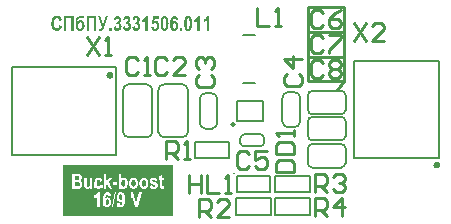
<source format=gto>
G04*
G04 #@! TF.GenerationSoftware,Altium Limited,Altium Designer,19.1.6 (110)*
G04*
G04 Layer_Color=65535*
%FSLAX43Y43*%
%MOMM*%
G71*
G01*
G75*
%ADD10C,0.600*%
%ADD11C,0.200*%
%ADD12C,0.250*%
%ADD13C,0.254*%
G36*
X13964Y2894D02*
D01*
Y600D01*
X4700D01*
Y2894D01*
D01*
Y4917D01*
X13964D01*
Y2894D01*
D02*
G37*
G36*
X14133Y17538D02*
X14153Y17536D01*
X14180Y17530D01*
X14209Y17521D01*
X14242Y17507D01*
X14273Y17487D01*
X14305Y17462D01*
X14309Y17458D01*
X14318Y17448D01*
X14332Y17429D01*
X14348Y17405D01*
X14365Y17372D01*
X14381Y17331D01*
X14396Y17284D01*
X14406Y17230D01*
X14213Y17205D01*
Y17206D01*
Y17210D01*
X14211Y17218D01*
X14209Y17226D01*
X14203Y17247D01*
X14193Y17275D01*
X14180Y17300D01*
X14160Y17322D01*
X14147Y17329D01*
X14133Y17337D01*
X14117Y17341D01*
X14100Y17343D01*
X14098D01*
X14090Y17341D01*
X14078Y17339D01*
X14063Y17335D01*
X14047Y17325D01*
X14030Y17314D01*
X14012Y17296D01*
X13995Y17273D01*
X13993Y17269D01*
X13991Y17265D01*
X13989Y17259D01*
X13985Y17249D01*
X13981Y17240D01*
X13977Y17226D01*
X13971Y17210D01*
X13967Y17193D01*
X13963Y17173D01*
X13959Y17150D01*
X13954Y17125D01*
X13950Y17095D01*
X13948Y17064D01*
X13944Y17029D01*
X13942Y16990D01*
X13944Y16992D01*
X13948Y16998D01*
X13955Y17007D01*
X13965Y17019D01*
X13979Y17033D01*
X13993Y17047D01*
X14008Y17058D01*
X14024Y17070D01*
X14026Y17072D01*
X14032Y17074D01*
X14041Y17078D01*
X14053Y17084D01*
X14069Y17089D01*
X14084Y17093D01*
X14104Y17095D01*
X14123Y17097D01*
X14135D01*
X14143Y17095D01*
X14166Y17091D01*
X14195Y17084D01*
X14229Y17070D01*
X14246Y17060D01*
X14264Y17050D01*
X14281Y17037D01*
X14299Y17021D01*
X14316Y17004D01*
X14334Y16984D01*
X14336Y16982D01*
X14338Y16978D01*
X14342Y16972D01*
X14348Y16963D01*
X14355Y16953D01*
X14363Y16939D01*
X14371Y16922D01*
X14381Y16904D01*
X14389Y16885D01*
X14396Y16861D01*
X14404Y16838D01*
X14412Y16810D01*
X14422Y16752D01*
X14426Y16719D01*
Y16686D01*
Y16684D01*
Y16678D01*
Y16666D01*
X14424Y16652D01*
Y16637D01*
X14420Y16617D01*
X14418Y16596D01*
X14414Y16572D01*
X14402Y16522D01*
X14385Y16471D01*
X14375Y16444D01*
X14361Y16420D01*
X14348Y16395D01*
X14330Y16374D01*
X14328Y16372D01*
X14326Y16370D01*
X14320Y16364D01*
X14312Y16356D01*
X14293Y16338D01*
X14266Y16319D01*
X14231Y16297D01*
X14190Y16280D01*
X14168Y16272D01*
X14145Y16266D01*
X14119Y16264D01*
X14094Y16262D01*
X14088D01*
X14078Y16264D01*
X14069D01*
X14055Y16266D01*
X14039Y16270D01*
X14004Y16280D01*
X13985Y16288D01*
X13963Y16297D01*
X13942Y16309D01*
X13920Y16325D01*
X13899Y16340D01*
X13879Y16360D01*
X13858Y16383D01*
X13838Y16409D01*
X13837Y16411D01*
X13835Y16416D01*
X13829Y16424D01*
X13823Y16436D01*
X13815Y16453D01*
X13807Y16473D01*
X13797Y16496D01*
X13790Y16524D01*
X13780Y16555D01*
X13770Y16592D01*
X13762Y16631D01*
X13755Y16674D01*
X13749Y16723D01*
X13743Y16775D01*
X13741Y16832D01*
X13739Y16892D01*
Y16894D01*
Y16896D01*
Y16908D01*
Y16926D01*
X13741Y16949D01*
X13743Y16976D01*
X13745Y17009D01*
X13747Y17045D01*
X13753Y17084D01*
X13764Y17166D01*
X13782Y17247D01*
X13794Y17286D01*
X13809Y17324D01*
X13825Y17357D01*
X13842Y17388D01*
X13844Y17390D01*
X13848Y17394D01*
X13854Y17402D01*
X13862Y17411D01*
X13872Y17423D01*
X13885Y17437D01*
X13899Y17450D01*
X13916Y17464D01*
X13955Y17491D01*
X14000Y17517D01*
X14028Y17526D01*
X14055Y17534D01*
X14082Y17538D01*
X14114Y17540D01*
X14125D01*
X14133Y17538D01*
D02*
G37*
G36*
X4192Y17554D02*
X4206Y17552D01*
X4223Y17550D01*
X4243Y17546D01*
X4264Y17540D01*
X4309Y17526D01*
X4335Y17517D01*
X4358Y17505D01*
X4381Y17491D01*
X4407Y17476D01*
X4430Y17458D01*
X4452Y17437D01*
X4454D01*
X4456Y17433D01*
X4459Y17429D01*
X4465Y17421D01*
X4481Y17402D01*
X4498Y17374D01*
X4518Y17339D01*
X4539Y17296D01*
X4559Y17247D01*
X4574Y17189D01*
X4370Y17128D01*
Y17130D01*
Y17132D01*
X4366Y17146D01*
X4360Y17164D01*
X4352Y17187D01*
X4340Y17210D01*
X4327Y17238D01*
X4309Y17263D01*
X4290Y17284D01*
X4288Y17286D01*
X4280Y17292D01*
X4268Y17302D01*
X4251Y17312D01*
X4231Y17322D01*
X4208Y17331D01*
X4182Y17337D01*
X4153Y17339D01*
X4141D01*
X4134Y17337D01*
X4114Y17333D01*
X4087Y17327D01*
X4058Y17316D01*
X4026Y17298D01*
X4013Y17286D01*
X3997Y17273D01*
X3981Y17257D01*
X3968Y17240D01*
Y17238D01*
X3964Y17236D01*
X3962Y17230D01*
X3956Y17220D01*
X3952Y17210D01*
X3946Y17197D01*
X3939Y17181D01*
X3933Y17162D01*
X3927Y17140D01*
X3919Y17117D01*
X3913Y17089D01*
X3909Y17060D01*
X3903Y17029D01*
X3901Y16994D01*
X3898Y16955D01*
Y16914D01*
Y16912D01*
Y16904D01*
Y16892D01*
X3900Y16875D01*
Y16855D01*
X3901Y16834D01*
X3903Y16810D01*
X3905Y16783D01*
X3915Y16729D01*
X3927Y16672D01*
X3935Y16647D01*
X3942Y16621D01*
X3954Y16598D01*
X3966Y16578D01*
Y16576D01*
X3970Y16574D01*
X3980Y16563D01*
X3993Y16547D01*
X4015Y16530D01*
X4042Y16510D01*
X4071Y16494D01*
X4108Y16483D01*
X4128Y16481D01*
X4147Y16479D01*
X4151D01*
X4161Y16481D01*
X4177Y16483D01*
X4196Y16487D01*
X4218Y16494D01*
X4241Y16506D01*
X4264Y16520D01*
X4288Y16541D01*
X4290Y16545D01*
X4297Y16553D01*
X4309Y16569D01*
X4321Y16590D01*
X4337Y16619D01*
X4350Y16654D01*
X4364Y16695D01*
X4376Y16744D01*
X4576Y16666D01*
Y16664D01*
X4574Y16656D01*
X4571Y16647D01*
X4567Y16631D01*
X4563Y16613D01*
X4555Y16594D01*
X4547Y16572D01*
X4539Y16549D01*
X4516Y16498D01*
X4489Y16448D01*
X4457Y16399D01*
X4438Y16377D01*
X4418Y16358D01*
X4416Y16356D01*
X4413Y16354D01*
X4407Y16350D01*
X4399Y16342D01*
X4389Y16336D01*
X4376Y16329D01*
X4360Y16319D01*
X4344Y16311D01*
X4305Y16294D01*
X4260Y16278D01*
X4208Y16266D01*
X4180Y16264D01*
X4151Y16262D01*
X4141D01*
X4132Y16264D01*
X4118D01*
X4100Y16266D01*
X4081Y16270D01*
X4060Y16276D01*
X4036Y16282D01*
X4011Y16290D01*
X3983Y16299D01*
X3956Y16313D01*
X3929Y16327D01*
X3901Y16344D01*
X3876Y16366D01*
X3849Y16389D01*
X3825Y16416D01*
X3823Y16418D01*
X3820Y16424D01*
X3812Y16434D01*
X3804Y16450D01*
X3792Y16467D01*
X3781Y16489D01*
X3767Y16514D01*
X3755Y16543D01*
X3742Y16576D01*
X3728Y16611D01*
X3716Y16651D01*
X3704Y16693D01*
X3697Y16740D01*
X3689Y16789D01*
X3685Y16842D01*
X3683Y16896D01*
Y16900D01*
Y16910D01*
X3685Y16928D01*
Y16949D01*
X3687Y16976D01*
X3691Y17007D01*
X3695Y17043D01*
X3701Y17080D01*
X3708Y17119D01*
X3718Y17160D01*
X3730Y17201D01*
X3743Y17244D01*
X3759Y17284D01*
X3779Y17324D01*
X3800Y17363D01*
X3825Y17398D01*
X3827Y17400D01*
X3831Y17405D01*
X3839Y17413D01*
X3849Y17423D01*
X3861Y17435D01*
X3876Y17448D01*
X3896Y17462D01*
X3915Y17478D01*
X3939Y17491D01*
X3964Y17505D01*
X3991Y17519D01*
X4020Y17530D01*
X4054Y17542D01*
X4089Y17550D01*
X4124Y17554D01*
X4163Y17556D01*
X4180D01*
X4192Y17554D01*
D02*
G37*
G36*
X8148Y16582D02*
Y16580D01*
X8146Y16574D01*
X8142Y16567D01*
X8137Y16555D01*
X8131Y16539D01*
X8125Y16524D01*
X8109Y16487D01*
X8090Y16446D01*
X8068Y16407D01*
X8047Y16370D01*
X8035Y16352D01*
X8023Y16338D01*
X8021Y16334D01*
X8014Y16327D01*
X8000Y16317D01*
X7982Y16303D01*
X7961Y16290D01*
X7938Y16280D01*
X7910Y16272D01*
X7879Y16268D01*
X7850D01*
X7832Y16270D01*
X7809Y16272D01*
X7785Y16274D01*
X7737Y16284D01*
Y16469D01*
X7766D01*
X7789Y16467D01*
X7824D01*
X7838Y16469D01*
X7854Y16471D01*
X7871Y16475D01*
X7889Y16481D01*
X7904Y16489D01*
X7918Y16498D01*
X7920Y16500D01*
X7924Y16504D01*
X7930Y16514D01*
X7938Y16528D01*
X7947Y16545D01*
X7957Y16569D01*
X7967Y16600D01*
X7978Y16635D01*
X7602Y17534D01*
X7834D01*
X8072Y16885D01*
X8279Y17534D01*
X8493D01*
X8148Y16582D01*
D02*
G37*
G36*
X10897Y17538D02*
X10908Y17536D01*
X10922Y17534D01*
X10953Y17528D01*
X10990Y17515D01*
X11027Y17497D01*
X11045Y17485D01*
X11063Y17472D01*
X11080Y17456D01*
X11096Y17439D01*
X11098Y17437D01*
X11100Y17435D01*
X11104Y17429D01*
X11109Y17421D01*
X11123Y17402D01*
X11139Y17374D01*
X11152Y17341D01*
X11166Y17304D01*
X11176Y17263D01*
X11180Y17242D01*
Y17218D01*
Y17214D01*
Y17205D01*
X11178Y17189D01*
X11176Y17169D01*
X11170Y17146D01*
X11164Y17121D01*
X11154Y17095D01*
X11141Y17070D01*
X11139Y17068D01*
X11133Y17058D01*
X11125Y17047D01*
X11113Y17031D01*
X11098Y17013D01*
X11078Y16994D01*
X11055Y16974D01*
X11029Y16955D01*
X11031D01*
X11033Y16953D01*
X11043Y16951D01*
X11059Y16943D01*
X11080Y16933D01*
X11102Y16920D01*
X11125Y16902D01*
X11148Y16881D01*
X11170Y16853D01*
X11172Y16849D01*
X11178Y16840D01*
X11187Y16822D01*
X11197Y16799D01*
X11207Y16771D01*
X11217Y16738D01*
X11223Y16699D01*
X11224Y16656D01*
Y16654D01*
Y16649D01*
Y16641D01*
X11223Y16627D01*
X11221Y16613D01*
X11219Y16596D01*
X11217Y16576D01*
X11211Y16557D01*
X11199Y16512D01*
X11182Y16465D01*
X11170Y16442D01*
X11156Y16418D01*
X11139Y16395D01*
X11121Y16374D01*
X11119Y16372D01*
X11117Y16370D01*
X11111Y16364D01*
X11104Y16356D01*
X11094Y16348D01*
X11082Y16338D01*
X11053Y16319D01*
X11018Y16297D01*
X10977Y16280D01*
X10953Y16272D01*
X10930Y16266D01*
X10905Y16264D01*
X10879Y16262D01*
X10866D01*
X10856Y16264D01*
X10844D01*
X10830Y16268D01*
X10799Y16274D01*
X10762Y16286D01*
X10725Y16301D01*
X10686Y16325D01*
X10667Y16340D01*
X10649Y16356D01*
X10647Y16358D01*
X10645Y16360D01*
X10641Y16366D01*
X10633Y16374D01*
X10628Y16383D01*
X10618Y16395D01*
X10610Y16409D01*
X10600Y16424D01*
X10583Y16461D01*
X10565Y16506D01*
X10550Y16559D01*
X10542Y16617D01*
X10735Y16643D01*
Y16639D01*
X10737Y16627D01*
X10739Y16611D01*
X10743Y16592D01*
X10749Y16571D01*
X10756Y16547D01*
X10768Y16526D01*
X10782Y16506D01*
X10784Y16504D01*
X10789Y16498D01*
X10797Y16493D01*
X10809Y16485D01*
X10823Y16475D01*
X10840Y16469D01*
X10858Y16463D01*
X10877Y16461D01*
X10887D01*
X10899Y16465D01*
X10912Y16469D01*
X10928Y16475D01*
X10946Y16485D01*
X10963Y16498D01*
X10979Y16516D01*
X10981Y16518D01*
X10985Y16526D01*
X10992Y16539D01*
X11000Y16555D01*
X11008Y16578D01*
X11016Y16604D01*
X11020Y16635D01*
X11022Y16670D01*
Y16672D01*
Y16674D01*
Y16686D01*
X11020Y16701D01*
X11016Y16721D01*
X11012Y16744D01*
X11004Y16768D01*
X10994Y16791D01*
X10981Y16812D01*
X10979Y16814D01*
X10973Y16820D01*
X10965Y16830D01*
X10953Y16840D01*
X10940Y16848D01*
X10924Y16857D01*
X10905Y16863D01*
X10883Y16865D01*
X10869D01*
X10858Y16863D01*
X10846Y16861D01*
X10830Y16857D01*
X10795Y16846D01*
X10815Y17043D01*
X10827D01*
X10842Y17045D01*
X10858Y17046D01*
X10877Y17052D01*
X10899Y17058D01*
X10918Y17070D01*
X10936Y17084D01*
X10938Y17086D01*
X10944Y17091D01*
X10949Y17101D01*
X10959Y17115D01*
X10967Y17132D01*
X10973Y17152D01*
X10979Y17175D01*
X10981Y17203D01*
Y17206D01*
Y17214D01*
X10979Y17226D01*
X10977Y17240D01*
X10973Y17257D01*
X10967Y17275D01*
X10959Y17290D01*
X10947Y17306D01*
X10946Y17308D01*
X10942Y17312D01*
X10936Y17318D01*
X10926Y17325D01*
X10914Y17331D01*
X10901Y17337D01*
X10883Y17341D01*
X10866Y17343D01*
X10858D01*
X10848Y17341D01*
X10836Y17337D01*
X10823Y17333D01*
X10809Y17325D01*
X10793Y17314D01*
X10780Y17300D01*
X10778Y17298D01*
X10774Y17292D01*
X10768Y17283D01*
X10760Y17269D01*
X10752Y17251D01*
X10747Y17230D01*
X10741Y17205D01*
X10737Y17175D01*
X10555Y17212D01*
Y17214D01*
X10557Y17220D01*
X10559Y17228D01*
X10561Y17240D01*
X10565Y17255D01*
X10569Y17271D01*
X10579Y17308D01*
X10594Y17349D01*
X10614Y17390D01*
X10637Y17429D01*
X10649Y17446D01*
X10665Y17462D01*
X10669Y17466D01*
X10680Y17474D01*
X10698Y17487D01*
X10721Y17501D01*
X10752Y17515D01*
X10788Y17528D01*
X10828Y17536D01*
X10873Y17540D01*
X10887D01*
X10897Y17538D01*
D02*
G37*
G36*
X10099D02*
X10111Y17536D01*
X10124Y17534D01*
X10156Y17528D01*
X10193Y17515D01*
X10230Y17497D01*
X10247Y17485D01*
X10265Y17472D01*
X10282Y17456D01*
X10298Y17439D01*
X10300Y17437D01*
X10302Y17435D01*
X10306Y17429D01*
X10312Y17421D01*
X10325Y17402D01*
X10341Y17374D01*
X10354Y17341D01*
X10368Y17304D01*
X10378Y17263D01*
X10382Y17242D01*
Y17218D01*
Y17214D01*
Y17205D01*
X10380Y17189D01*
X10378Y17169D01*
X10372Y17146D01*
X10366Y17121D01*
X10356Y17095D01*
X10343Y17070D01*
X10341Y17068D01*
X10335Y17058D01*
X10327Y17046D01*
X10315Y17031D01*
X10300Y17013D01*
X10280Y16994D01*
X10257Y16974D01*
X10232Y16955D01*
X10234D01*
X10235Y16953D01*
X10245Y16951D01*
X10261Y16943D01*
X10282Y16933D01*
X10304Y16920D01*
X10327Y16902D01*
X10351Y16881D01*
X10372Y16853D01*
X10374Y16849D01*
X10380Y16840D01*
X10390Y16822D01*
X10399Y16799D01*
X10409Y16771D01*
X10419Y16738D01*
X10425Y16699D01*
X10427Y16656D01*
Y16654D01*
Y16649D01*
Y16641D01*
X10425Y16627D01*
X10423Y16613D01*
X10421Y16596D01*
X10419Y16576D01*
X10413Y16557D01*
X10401Y16512D01*
X10384Y16465D01*
X10372Y16442D01*
X10358Y16418D01*
X10341Y16395D01*
X10323Y16374D01*
X10321Y16372D01*
X10319Y16370D01*
X10314Y16364D01*
X10306Y16356D01*
X10296Y16348D01*
X10284Y16338D01*
X10255Y16319D01*
X10220Y16297D01*
X10179Y16280D01*
X10156Y16272D01*
X10132Y16266D01*
X10107Y16264D01*
X10081Y16262D01*
X10068D01*
X10058Y16264D01*
X10046D01*
X10033Y16268D01*
X10001Y16274D01*
X9964Y16286D01*
X9927Y16301D01*
X9888Y16325D01*
X9869Y16340D01*
X9851Y16356D01*
X9849Y16358D01*
X9847Y16360D01*
X9843Y16366D01*
X9836Y16374D01*
X9830Y16383D01*
X9820Y16395D01*
X9812Y16409D01*
X9802Y16424D01*
X9785Y16461D01*
X9767Y16506D01*
X9752Y16559D01*
X9744Y16617D01*
X9937Y16643D01*
Y16639D01*
X9939Y16627D01*
X9941Y16611D01*
X9945Y16592D01*
X9951Y16571D01*
X9958Y16547D01*
X9970Y16526D01*
X9984Y16506D01*
X9986Y16504D01*
X9992Y16498D01*
X9999Y16493D01*
X10011Y16485D01*
X10025Y16475D01*
X10042Y16469D01*
X10060Y16463D01*
X10079Y16461D01*
X10089D01*
X10101Y16465D01*
X10115Y16469D01*
X10130Y16475D01*
X10148Y16485D01*
X10165Y16498D01*
X10181Y16516D01*
X10183Y16518D01*
X10187Y16526D01*
X10195Y16539D01*
X10202Y16555D01*
X10210Y16578D01*
X10218Y16604D01*
X10222Y16635D01*
X10224Y16670D01*
Y16672D01*
Y16674D01*
Y16686D01*
X10222Y16701D01*
X10218Y16721D01*
X10214Y16744D01*
X10206Y16768D01*
X10196Y16791D01*
X10183Y16812D01*
X10181Y16814D01*
X10175Y16820D01*
X10167Y16830D01*
X10156Y16840D01*
X10142Y16848D01*
X10126Y16857D01*
X10107Y16863D01*
X10085Y16865D01*
X10072D01*
X10060Y16863D01*
X10048Y16861D01*
X10033Y16857D01*
X9997Y16846D01*
X10017Y17043D01*
X10029D01*
X10044Y17045D01*
X10060Y17046D01*
X10079Y17052D01*
X10101Y17058D01*
X10120Y17070D01*
X10138Y17084D01*
X10140Y17086D01*
X10146Y17091D01*
X10152Y17101D01*
X10161Y17115D01*
X10169Y17132D01*
X10175Y17152D01*
X10181Y17175D01*
X10183Y17203D01*
Y17206D01*
Y17214D01*
X10181Y17226D01*
X10179Y17240D01*
X10175Y17257D01*
X10169Y17275D01*
X10161Y17290D01*
X10150Y17306D01*
X10148Y17308D01*
X10144Y17312D01*
X10138Y17318D01*
X10128Y17325D01*
X10116Y17331D01*
X10103Y17337D01*
X10085Y17341D01*
X10068Y17343D01*
X10060D01*
X10050Y17341D01*
X10038Y17337D01*
X10025Y17333D01*
X10011Y17325D01*
X9996Y17314D01*
X9982Y17300D01*
X9980Y17298D01*
X9976Y17292D01*
X9970Y17283D01*
X9962Y17269D01*
X9955Y17251D01*
X9949Y17230D01*
X9943Y17205D01*
X9939Y17175D01*
X9758Y17212D01*
Y17214D01*
X9759Y17220D01*
X9761Y17228D01*
X9763Y17240D01*
X9767Y17255D01*
X9771Y17271D01*
X9781Y17308D01*
X9797Y17349D01*
X9816Y17390D01*
X9839Y17429D01*
X9851Y17446D01*
X9867Y17462D01*
X9871Y17466D01*
X9882Y17474D01*
X9900Y17487D01*
X9923Y17501D01*
X9955Y17515D01*
X9990Y17528D01*
X10031Y17536D01*
X10076Y17540D01*
X10089D01*
X10099Y17538D01*
D02*
G37*
G36*
X9301D02*
X9313Y17536D01*
X9326Y17534D01*
X9358Y17528D01*
X9395Y17515D01*
X9432Y17497D01*
X9449Y17485D01*
X9467Y17472D01*
X9484Y17456D01*
X9500Y17439D01*
X9502Y17437D01*
X9504Y17435D01*
X9508Y17429D01*
X9514Y17421D01*
X9527Y17402D01*
X9543Y17374D01*
X9557Y17341D01*
X9570Y17304D01*
X9580Y17263D01*
X9584Y17242D01*
Y17218D01*
Y17214D01*
Y17205D01*
X9582Y17189D01*
X9580Y17169D01*
X9574Y17146D01*
X9568Y17121D01*
X9559Y17095D01*
X9545Y17070D01*
X9543Y17068D01*
X9537Y17058D01*
X9529Y17046D01*
X9518Y17031D01*
X9502Y17013D01*
X9483Y16994D01*
X9459Y16974D01*
X9434Y16955D01*
X9436D01*
X9438Y16953D01*
X9447Y16951D01*
X9463Y16943D01*
X9484Y16933D01*
X9506Y16920D01*
X9529Y16902D01*
X9553Y16881D01*
X9574Y16853D01*
X9576Y16849D01*
X9582Y16840D01*
X9592Y16822D01*
X9601Y16799D01*
X9611Y16771D01*
X9621Y16738D01*
X9627Y16699D01*
X9629Y16656D01*
Y16654D01*
Y16649D01*
Y16641D01*
X9627Y16627D01*
X9625Y16613D01*
X9623Y16596D01*
X9621Y16576D01*
X9615Y16557D01*
X9603Y16512D01*
X9586Y16465D01*
X9574Y16442D01*
X9561Y16418D01*
X9543Y16395D01*
X9525Y16374D01*
X9523Y16372D01*
X9522Y16370D01*
X9516Y16364D01*
X9508Y16356D01*
X9498Y16348D01*
X9486Y16338D01*
X9457Y16319D01*
X9422Y16297D01*
X9381Y16280D01*
X9358Y16272D01*
X9334Y16266D01*
X9309Y16264D01*
X9284Y16262D01*
X9270D01*
X9260Y16264D01*
X9248D01*
X9235Y16268D01*
X9204Y16274D01*
X9166Y16286D01*
X9129Y16301D01*
X9090Y16325D01*
X9071Y16340D01*
X9053Y16356D01*
X9051Y16358D01*
X9049Y16360D01*
X9046Y16366D01*
X9038Y16374D01*
X9032Y16383D01*
X9022Y16395D01*
X9014Y16409D01*
X9005Y16424D01*
X8987Y16461D01*
X8969Y16506D01*
X8954Y16559D01*
X8946Y16617D01*
X9139Y16643D01*
Y16639D01*
X9141Y16627D01*
X9143Y16611D01*
X9147Y16592D01*
X9153Y16571D01*
X9161Y16547D01*
X9172Y16526D01*
X9186Y16506D01*
X9188Y16504D01*
X9194Y16498D01*
X9202Y16493D01*
X9213Y16485D01*
X9227Y16475D01*
X9245Y16469D01*
X9262Y16463D01*
X9282Y16461D01*
X9291D01*
X9303Y16465D01*
X9317Y16469D01*
X9332Y16475D01*
X9350Y16485D01*
X9367Y16498D01*
X9383Y16516D01*
X9385Y16518D01*
X9389Y16526D01*
X9397Y16539D01*
X9404Y16555D01*
X9412Y16578D01*
X9420Y16604D01*
X9424Y16635D01*
X9426Y16670D01*
Y16672D01*
Y16674D01*
Y16686D01*
X9424Y16701D01*
X9420Y16721D01*
X9416Y16744D01*
X9408Y16768D01*
X9399Y16791D01*
X9385Y16812D01*
X9383Y16814D01*
X9377Y16820D01*
X9369Y16830D01*
X9358Y16840D01*
X9344Y16848D01*
X9328Y16857D01*
X9309Y16863D01*
X9287Y16865D01*
X9274D01*
X9262Y16863D01*
X9250Y16861D01*
X9235Y16857D01*
X9200Y16846D01*
X9219Y17043D01*
X9231D01*
X9246Y17045D01*
X9262Y17046D01*
X9282Y17052D01*
X9303Y17058D01*
X9323Y17070D01*
X9340Y17084D01*
X9342Y17086D01*
X9348Y17091D01*
X9354Y17101D01*
X9364Y17115D01*
X9371Y17132D01*
X9377Y17152D01*
X9383Y17175D01*
X9385Y17203D01*
Y17206D01*
Y17214D01*
X9383Y17226D01*
X9381Y17240D01*
X9377Y17257D01*
X9371Y17275D01*
X9364Y17290D01*
X9352Y17306D01*
X9350Y17308D01*
X9346Y17312D01*
X9340Y17318D01*
X9330Y17325D01*
X9319Y17331D01*
X9305Y17337D01*
X9287Y17341D01*
X9270Y17343D01*
X9262D01*
X9252Y17341D01*
X9241Y17337D01*
X9227Y17333D01*
X9213Y17325D01*
X9198Y17314D01*
X9184Y17300D01*
X9182Y17298D01*
X9178Y17292D01*
X9172Y17283D01*
X9165Y17269D01*
X9157Y17251D01*
X9151Y17230D01*
X9145Y17205D01*
X9141Y17175D01*
X8960Y17212D01*
Y17214D01*
X8962Y17220D01*
X8964Y17228D01*
X8966Y17240D01*
X8969Y17255D01*
X8973Y17271D01*
X8983Y17308D01*
X8999Y17349D01*
X9018Y17390D01*
X9042Y17429D01*
X9053Y17446D01*
X9069Y17462D01*
X9073Y17466D01*
X9085Y17474D01*
X9102Y17487D01*
X9126Y17501D01*
X9157Y17515D01*
X9192Y17528D01*
X9233Y17536D01*
X9278Y17540D01*
X9291D01*
X9301Y17538D01*
D02*
G37*
G36*
X12791Y17294D02*
X12422D01*
X12389Y17080D01*
X12393Y17082D01*
X12401Y17086D01*
X12414Y17093D01*
X12430Y17101D01*
X12451Y17109D01*
X12473Y17117D01*
X12498Y17121D01*
X12524Y17123D01*
X12535D01*
X12543Y17121D01*
X12567Y17117D01*
X12596Y17111D01*
X12627Y17099D01*
X12662Y17082D01*
X12680Y17070D01*
X12697Y17058D01*
X12715Y17043D01*
X12730Y17025D01*
X12732Y17023D01*
X12734Y17019D01*
X12740Y17013D01*
X12748Y17004D01*
X12756Y16992D01*
X12764Y16976D01*
X12773Y16959D01*
X12785Y16939D01*
X12795Y16918D01*
X12805Y16894D01*
X12812Y16867D01*
X12820Y16838D01*
X12828Y16809D01*
X12834Y16775D01*
X12836Y16740D01*
X12838Y16703D01*
Y16701D01*
Y16695D01*
Y16688D01*
X12836Y16676D01*
Y16660D01*
X12834Y16645D01*
X12830Y16625D01*
X12826Y16604D01*
X12816Y16557D01*
X12799Y16506D01*
X12777Y16453D01*
X12762Y16426D01*
X12746Y16401D01*
X12744Y16399D01*
X12742Y16395D01*
X12736Y16387D01*
X12729Y16379D01*
X12719Y16370D01*
X12709Y16358D01*
X12695Y16344D01*
X12680Y16333D01*
X12662Y16319D01*
X12643Y16305D01*
X12598Y16284D01*
X12572Y16276D01*
X12545Y16268D01*
X12516Y16264D01*
X12485Y16262D01*
X12471D01*
X12461Y16264D01*
X12450D01*
X12436Y16266D01*
X12405Y16274D01*
X12370Y16284D01*
X12331Y16299D01*
X12293Y16321D01*
X12274Y16334D01*
X12256Y16350D01*
Y16352D01*
X12253Y16354D01*
X12249Y16360D01*
X12243Y16368D01*
X12235Y16375D01*
X12227Y16387D01*
X12217Y16401D01*
X12208Y16416D01*
X12190Y16452D01*
X12173Y16496D01*
X12157Y16547D01*
X12147Y16606D01*
X12344Y16631D01*
Y16627D01*
X12346Y16617D01*
X12348Y16602D01*
X12352Y16584D01*
X12358Y16563D01*
X12368Y16541D01*
X12379Y16522D01*
X12393Y16502D01*
X12395Y16500D01*
X12401Y16494D01*
X12409Y16487D01*
X12420Y16479D01*
X12436Y16471D01*
X12451Y16463D01*
X12469Y16457D01*
X12489Y16455D01*
X12491D01*
X12498Y16457D01*
X12510Y16459D01*
X12524Y16463D01*
X12541Y16469D01*
X12557Y16481D01*
X12574Y16494D01*
X12592Y16514D01*
X12594Y16516D01*
X12600Y16526D01*
X12606Y16539D01*
X12615Y16561D01*
X12623Y16586D01*
X12629Y16617D01*
X12635Y16656D01*
X12637Y16699D01*
Y16701D01*
Y16705D01*
Y16711D01*
Y16719D01*
X12635Y16740D01*
X12631Y16766D01*
X12625Y16793D01*
X12617Y16822D01*
X12608Y16849D01*
X12592Y16873D01*
X12590Y16875D01*
X12584Y16883D01*
X12574Y16890D01*
X12563Y16902D01*
X12547Y16912D01*
X12528Y16922D01*
X12506Y16928D01*
X12483Y16929D01*
X12479D01*
X12469Y16928D01*
X12451Y16926D01*
X12432Y16918D01*
X12409Y16908D01*
X12383Y16890D01*
X12356Y16869D01*
X12344Y16853D01*
X12331Y16838D01*
X12171Y16863D01*
X12272Y17519D01*
X12791D01*
Y17294D01*
D02*
G37*
G36*
X17036Y16284D02*
X16839D01*
Y17187D01*
X16837Y17185D01*
X16833Y17181D01*
X16827Y17175D01*
X16819Y17167D01*
X16809Y17156D01*
X16796Y17144D01*
X16765Y17117D01*
X16727Y17087D01*
X16685Y17058D01*
X16636Y17029D01*
X16583Y17006D01*
Y17224D01*
X16587Y17226D01*
X16597Y17230D01*
X16614Y17240D01*
X16636Y17251D01*
X16661Y17267D01*
X16688Y17288D01*
X16720Y17312D01*
X16753Y17341D01*
X16755Y17343D01*
X16757Y17345D01*
X16766Y17357D01*
X16782Y17374D01*
X16802Y17398D01*
X16821Y17427D01*
X16843Y17462D01*
X16860Y17499D01*
X16876Y17540D01*
X17036D01*
Y16284D01*
D02*
G37*
G36*
X16238D02*
X16041D01*
Y17187D01*
X16039Y17185D01*
X16035Y17181D01*
X16029Y17175D01*
X16021Y17167D01*
X16012Y17156D01*
X15998Y17144D01*
X15967Y17117D01*
X15930Y17087D01*
X15887Y17058D01*
X15838Y17029D01*
X15785Y17006D01*
Y17224D01*
X15789Y17226D01*
X15799Y17230D01*
X15816Y17240D01*
X15838Y17251D01*
X15863Y17267D01*
X15891Y17288D01*
X15922Y17312D01*
X15955Y17341D01*
X15957Y17343D01*
X15959Y17345D01*
X15969Y17357D01*
X15984Y17374D01*
X16004Y17398D01*
X16023Y17427D01*
X16045Y17462D01*
X16062Y17499D01*
X16078Y17540D01*
X16238D01*
Y16284D01*
D02*
G37*
G36*
X14775D02*
X14578D01*
Y16524D01*
X14775D01*
Y16284D01*
D02*
G37*
G36*
X11851D02*
X11654D01*
Y17187D01*
X11652Y17185D01*
X11648Y17181D01*
X11642Y17175D01*
X11634Y17167D01*
X11624Y17156D01*
X11611Y17144D01*
X11580Y17117D01*
X11542Y17087D01*
X11500Y17058D01*
X11451Y17029D01*
X11398Y17006D01*
Y17224D01*
X11402Y17226D01*
X11412Y17230D01*
X11429Y17240D01*
X11451Y17251D01*
X11476Y17267D01*
X11503Y17288D01*
X11535Y17312D01*
X11568Y17341D01*
X11570Y17343D01*
X11572Y17345D01*
X11581Y17357D01*
X11597Y17374D01*
X11617Y17398D01*
X11636Y17427D01*
X11658Y17462D01*
X11675Y17499D01*
X11691Y17540D01*
X11851D01*
Y16284D01*
D02*
G37*
G36*
X8792Y16284D02*
X8595D01*
Y16524D01*
X8792D01*
Y16284D01*
D02*
G37*
G36*
X7495D02*
X7288D01*
Y17322D01*
X6882D01*
Y16284D01*
X6675D01*
Y17534D01*
X7495D01*
Y16284D01*
D02*
G37*
G36*
X5575D02*
X5368D01*
Y17322D01*
X4963D01*
Y16284D01*
X4756D01*
Y17534D01*
X5575D01*
Y16284D01*
D02*
G37*
G36*
X15292Y17538D02*
X15303Y17536D01*
X15319Y17532D01*
X15352Y17522D01*
X15372Y17515D01*
X15391Y17505D01*
X15411Y17493D01*
X15432Y17480D01*
X15452Y17464D01*
X15471Y17444D01*
X15491Y17423D01*
X15508Y17398D01*
X15510Y17396D01*
X15512Y17392D01*
X15516Y17382D01*
X15524Y17370D01*
X15530Y17355D01*
X15538Y17333D01*
X15547Y17310D01*
X15555Y17283D01*
X15565Y17249D01*
X15573Y17214D01*
X15580Y17173D01*
X15588Y17128D01*
X15594Y17078D01*
X15598Y17023D01*
X15600Y16965D01*
X15602Y16900D01*
Y16896D01*
Y16885D01*
Y16867D01*
X15600Y16842D01*
Y16814D01*
X15598Y16781D01*
X15594Y16744D01*
X15590Y16705D01*
X15578Y16623D01*
X15563Y16541D01*
X15551Y16502D01*
X15539Y16465D01*
X15524Y16432D01*
X15508Y16403D01*
X15506Y16401D01*
X15504Y16397D01*
X15499Y16389D01*
X15493Y16381D01*
X15471Y16358D01*
X15444Y16333D01*
X15409Y16307D01*
X15368Y16284D01*
X15346Y16276D01*
X15321Y16268D01*
X15296Y16264D01*
X15268Y16262D01*
X15262D01*
X15255Y16264D01*
X15243D01*
X15231Y16266D01*
X15216Y16270D01*
X15182Y16280D01*
X15163Y16288D01*
X15143Y16297D01*
X15124Y16307D01*
X15103Y16321D01*
X15083Y16338D01*
X15064Y16356D01*
X15044Y16377D01*
X15026Y16403D01*
Y16405D01*
X15023Y16409D01*
X15019Y16418D01*
X15013Y16430D01*
X15005Y16446D01*
X14997Y16467D01*
X14989Y16491D01*
X14982Y16518D01*
X14972Y16549D01*
X14964Y16586D01*
X14956Y16627D01*
X14948Y16672D01*
X14943Y16723D01*
X14939Y16777D01*
X14937Y16838D01*
X14935Y16902D01*
Y16904D01*
Y16906D01*
Y16918D01*
Y16935D01*
X14937Y16959D01*
Y16988D01*
X14941Y17021D01*
X14943Y17058D01*
X14946Y17097D01*
X14958Y17179D01*
X14974Y17261D01*
X14984Y17298D01*
X14997Y17335D01*
X15011Y17368D01*
X15026Y17398D01*
X15028Y17400D01*
X15030Y17403D01*
X15036Y17411D01*
X15044Y17419D01*
X15064Y17442D01*
X15091Y17470D01*
X15126Y17495D01*
X15167Y17519D01*
X15188Y17526D01*
X15214Y17534D01*
X15239Y17538D01*
X15266Y17540D01*
X15280D01*
X15292Y17538D01*
D02*
G37*
G36*
X13298D02*
X13310Y17536D01*
X13325Y17532D01*
X13359Y17522D01*
X13378Y17515D01*
X13398Y17505D01*
X13417Y17493D01*
X13439Y17480D01*
X13458Y17464D01*
X13478Y17444D01*
X13497Y17423D01*
X13515Y17398D01*
X13517Y17396D01*
X13519Y17392D01*
X13522Y17382D01*
X13530Y17370D01*
X13536Y17355D01*
X13544Y17333D01*
X13554Y17310D01*
X13561Y17283D01*
X13571Y17249D01*
X13579Y17214D01*
X13587Y17173D01*
X13595Y17128D01*
X13600Y17078D01*
X13604Y17023D01*
X13606Y16965D01*
X13608Y16900D01*
Y16896D01*
Y16885D01*
Y16867D01*
X13606Y16842D01*
Y16814D01*
X13604Y16781D01*
X13600Y16744D01*
X13597Y16705D01*
X13585Y16623D01*
X13569Y16541D01*
X13558Y16502D01*
X13546Y16465D01*
X13530Y16432D01*
X13515Y16403D01*
X13513Y16401D01*
X13511Y16397D01*
X13505Y16389D01*
X13499Y16381D01*
X13478Y16358D01*
X13450Y16333D01*
X13415Y16307D01*
X13374Y16284D01*
X13353Y16276D01*
X13327Y16268D01*
X13302Y16264D01*
X13275Y16262D01*
X13269D01*
X13261Y16264D01*
X13249D01*
X13238Y16266D01*
X13222Y16270D01*
X13189Y16280D01*
X13169Y16288D01*
X13150Y16297D01*
X13130Y16307D01*
X13109Y16321D01*
X13089Y16338D01*
X13070Y16356D01*
X13050Y16377D01*
X13033Y16403D01*
Y16405D01*
X13029Y16409D01*
X13025Y16418D01*
X13019Y16430D01*
X13011Y16446D01*
X13004Y16467D01*
X12996Y16491D01*
X12988Y16518D01*
X12978Y16549D01*
X12970Y16586D01*
X12963Y16627D01*
X12955Y16672D01*
X12949Y16723D01*
X12945Y16777D01*
X12943Y16838D01*
X12941Y16902D01*
Y16904D01*
Y16906D01*
Y16918D01*
Y16935D01*
X12943Y16959D01*
Y16988D01*
X12947Y17021D01*
X12949Y17058D01*
X12953Y17097D01*
X12965Y17179D01*
X12980Y17261D01*
X12990Y17298D01*
X13004Y17335D01*
X13017Y17368D01*
X13033Y17398D01*
X13035Y17400D01*
X13037Y17403D01*
X13043Y17411D01*
X13050Y17419D01*
X13070Y17442D01*
X13097Y17470D01*
X13132Y17495D01*
X13173Y17519D01*
X13195Y17526D01*
X13220Y17534D01*
X13245Y17538D01*
X13273Y17540D01*
X13286D01*
X13298Y17538D01*
D02*
G37*
G36*
X6478Y17561D02*
Y17560D01*
X6476Y17548D01*
X6474Y17528D01*
X6473Y17507D01*
X6467Y17482D01*
X6461Y17458D01*
X6451Y17435D01*
X6439Y17413D01*
X6437Y17411D01*
X6434Y17405D01*
X6426Y17398D01*
X6416Y17388D01*
X6393Y17370D01*
X6379Y17363D01*
X6363Y17357D01*
X6361D01*
X6356Y17355D01*
X6344D01*
X6328Y17353D01*
X6305Y17351D01*
X6276Y17349D01*
X6240Y17347D01*
X6221Y17345D01*
X6178D01*
X6157Y17343D01*
X6131Y17341D01*
X6104Y17339D01*
X6077Y17337D01*
X6053Y17333D01*
X6043Y17331D01*
X6036Y17329D01*
X6034D01*
X6030Y17327D01*
X6022Y17324D01*
X6012Y17320D01*
X6002Y17312D01*
X5989Y17304D01*
X5975Y17292D01*
X5959Y17279D01*
X5958Y17277D01*
X5954Y17271D01*
X5946Y17263D01*
X5938Y17251D01*
X5928Y17236D01*
X5919Y17216D01*
X5909Y17195D01*
X5901Y17171D01*
Y17167D01*
X5897Y17160D01*
X5895Y17144D01*
X5891Y17123D01*
X5887Y17095D01*
X5883Y17064D01*
X5881Y17027D01*
X5880Y16986D01*
X5881Y16988D01*
X5883Y16994D01*
X5889Y17006D01*
X5897Y17017D01*
X5907Y17033D01*
X5919Y17050D01*
X5932Y17068D01*
X5950Y17087D01*
X5967Y17105D01*
X5989Y17123D01*
X6010Y17140D01*
X6036Y17156D01*
X6063Y17169D01*
X6092Y17179D01*
X6123Y17185D01*
X6157Y17187D01*
X6170D01*
X6180Y17185D01*
X6194Y17183D01*
X6207Y17179D01*
X6240Y17169D01*
X6260Y17162D01*
X6279Y17154D01*
X6299Y17142D01*
X6320Y17128D01*
X6342Y17113D01*
X6361Y17093D01*
X6383Y17074D01*
X6402Y17048D01*
X6404Y17046D01*
X6406Y17043D01*
X6412Y17035D01*
X6418Y17025D01*
X6428Y17011D01*
X6435Y16996D01*
X6445Y16978D01*
X6455Y16957D01*
X6465Y16933D01*
X6474Y16910D01*
X6492Y16853D01*
X6504Y16793D01*
X6506Y16760D01*
X6508Y16725D01*
Y16723D01*
Y16717D01*
Y16705D01*
X6506Y16691D01*
X6504Y16676D01*
X6502Y16654D01*
X6498Y16633D01*
X6494Y16610D01*
X6480Y16557D01*
X6473Y16530D01*
X6461Y16502D01*
X6447Y16475D01*
X6434Y16448D01*
X6416Y16420D01*
X6396Y16395D01*
X6395Y16393D01*
X6391Y16389D01*
X6385Y16383D01*
X6377Y16374D01*
X6365Y16364D01*
X6354Y16354D01*
X6338Y16340D01*
X6320Y16329D01*
X6303Y16317D01*
X6281Y16305D01*
X6235Y16284D01*
X6207Y16274D01*
X6180Y16268D01*
X6151Y16264D01*
X6119Y16262D01*
X6108D01*
X6098Y16264D01*
X6086D01*
X6075Y16266D01*
X6043Y16272D01*
X6008Y16282D01*
X5971Y16297D01*
X5934Y16317D01*
X5897Y16344D01*
X5895Y16346D01*
X5893Y16348D01*
X5881Y16360D01*
X5866Y16377D01*
X5846Y16401D01*
X5827Y16432D01*
X5805Y16467D01*
X5788Y16508D01*
X5774Y16555D01*
Y16557D01*
X5772Y16561D01*
Y16569D01*
X5770Y16578D01*
X5768Y16592D01*
X5766Y16608D01*
X5762Y16627D01*
X5761Y16649D01*
X5759Y16672D01*
X5755Y16699D01*
X5753Y16729D01*
X5751Y16762D01*
X5749Y16797D01*
Y16834D01*
X5747Y16873D01*
Y16916D01*
Y16920D01*
Y16929D01*
Y16947D01*
X5749Y16970D01*
X5751Y16996D01*
X5753Y17027D01*
X5755Y17062D01*
X5759Y17099D01*
X5770Y17175D01*
X5788Y17253D01*
X5800Y17292D01*
X5813Y17327D01*
X5827Y17359D01*
X5844Y17388D01*
X5846Y17390D01*
X5848Y17394D01*
X5854Y17402D01*
X5864Y17409D01*
X5876Y17421D01*
X5889Y17433D01*
X5905Y17446D01*
X5924Y17460D01*
X5948Y17472D01*
X5973Y17485D01*
X6000Y17497D01*
X6034Y17509D01*
X6069Y17517D01*
X6106Y17524D01*
X6149Y17528D01*
X6194Y17530D01*
X6295D01*
X6303Y17532D01*
X6311Y17534D01*
X6320Y17538D01*
X6330Y17544D01*
X6336Y17552D01*
X6342Y17563D01*
X6478D01*
Y17561D01*
D02*
G37*
%LPC*%
G36*
X13064Y4143D02*
X12867Y4002D01*
Y3823D01*
X12777D01*
Y4143D01*
Y3634D01*
X12867D01*
Y3236D01*
Y3208D01*
Y3183D01*
X12869Y3160D01*
Y3140D01*
Y3121D01*
X12871Y3105D01*
X12873Y3078D01*
X12875Y3056D01*
X12877Y3043D01*
X12879Y3035D01*
Y3033D01*
X12886Y3009D01*
X12894Y2988D01*
X12904Y2970D01*
X12916Y2955D01*
X12924Y2945D01*
X12931Y2935D01*
X12937Y2931D01*
X12939Y2929D01*
X12957Y2918D01*
X12976Y2910D01*
X12996Y2902D01*
X13015Y2898D01*
X13033Y2896D01*
X13046Y2894D01*
X12777D01*
X13058D01*
X13089Y2896D01*
X13121Y2900D01*
X13146Y2906D01*
X13169Y2912D01*
X13189Y2918D01*
X13202Y2924D01*
X13210Y2927D01*
X13214Y2929D01*
X13197Y3115D01*
X13179Y3107D01*
X13163Y3103D01*
X13150Y3099D01*
X13138Y3095D01*
X13130D01*
X13124Y3093D01*
X13119D01*
X13107Y3095D01*
X13095Y3099D01*
X13087Y3103D01*
X13080Y3111D01*
X13072Y3121D01*
X13070Y3124D01*
Y3126D01*
Y3130D01*
X13068Y3138D01*
X13066Y3156D01*
Y3179D01*
X13064Y3202D01*
Y3226D01*
Y3245D01*
Y3253D01*
Y3259D01*
Y3263D01*
Y3265D01*
Y3634D01*
X13199D01*
Y3823D01*
X13064D01*
Y4143D01*
D02*
G37*
G36*
X12356Y3844D02*
X12332D01*
X12280Y3840D01*
X12233Y3833D01*
X12192Y3819D01*
X12159Y3805D01*
X12133Y3792D01*
X12116Y3778D01*
X12104Y3770D01*
X12100Y3766D01*
X12073Y3735D01*
X12053Y3702D01*
X12040Y3669D01*
X12030Y3636D01*
X12024Y3608D01*
X12022Y3585D01*
X12020Y3575D01*
Y3569D01*
Y3565D01*
Y3563D01*
X12024Y3518D01*
X12032Y3479D01*
X12046Y3446D01*
X12061Y3417D01*
X12075Y3394D01*
X12089Y3378D01*
X12096Y3368D01*
X12100Y3364D01*
X12114Y3353D01*
X12133Y3343D01*
X12153Y3331D01*
X12176Y3321D01*
X12227Y3300D01*
X12280Y3280D01*
X12305Y3273D01*
X12329Y3265D01*
X12350Y3259D01*
X12370Y3253D01*
X12385Y3247D01*
X12399Y3245D01*
X12407Y3241D01*
X12409D01*
X12426Y3238D01*
X12440Y3232D01*
X12449Y3228D01*
X12459Y3222D01*
X12465Y3218D01*
X12469Y3216D01*
X12473Y3212D01*
X12483Y3197D01*
X12487Y3183D01*
X12488Y3171D01*
Y3167D01*
Y3165D01*
X12487Y3150D01*
X12483Y3136D01*
X12477Y3124D01*
X12471Y3115D01*
X12465Y3107D01*
X12459Y3101D01*
X12455Y3097D01*
X12453Y3095D01*
X12440Y3085D01*
X12422Y3080D01*
X12387Y3072D01*
X12371Y3070D01*
X12360Y3068D01*
X12348D01*
X12325Y3070D01*
X12303Y3074D01*
X12284Y3082D01*
X12268Y3089D01*
X12252Y3101D01*
X12241Y3113D01*
X12219Y3140D01*
X12206Y3165D01*
X12196Y3189D01*
X12194Y3197D01*
X12192Y3204D01*
X12190Y3208D01*
Y3210D01*
X11993Y3173D01*
X12007Y3124D01*
X12022Y3083D01*
X12042Y3046D01*
X12063Y3017D01*
X12081Y2994D01*
X12096Y2978D01*
X12108Y2968D01*
X12112Y2964D01*
X12149Y2941D01*
X12188Y2924D01*
X12227Y2912D01*
X12264Y2904D01*
X12297Y2898D01*
X12311Y2896D01*
X12325D01*
X12334Y2894D01*
X11993D01*
X12348D01*
X12377Y2896D01*
X12405Y2898D01*
X12453Y2908D01*
X12496Y2922D01*
X12531Y2937D01*
X12559Y2951D01*
X12570Y2959D01*
X12580Y2964D01*
X12586Y2970D01*
X12592Y2974D01*
X12594Y2978D01*
X12596D01*
X12611Y2996D01*
X12627Y3011D01*
X12648Y3048D01*
X12666Y3085D01*
X12676Y3121D01*
X12684Y3150D01*
X12686Y3163D01*
Y3175D01*
X12687Y3183D01*
Y3197D01*
D01*
Y3201D01*
Y3197D01*
X12686Y3236D01*
X12678Y3271D01*
X12670Y3300D01*
X12658Y3325D01*
X12648Y3345D01*
X12639Y3360D01*
X12631Y3368D01*
X12629Y3372D01*
X12617Y3384D01*
X12602Y3396D01*
X12568Y3417D01*
X12531Y3437D01*
X12494Y3452D01*
X12459Y3466D01*
X12444Y3470D01*
X12432Y3476D01*
X12420Y3479D01*
X12412Y3481D01*
X12407Y3483D01*
X12405D01*
X12379Y3491D01*
X12356Y3497D01*
X12334Y3505D01*
X12315Y3511D01*
X12299Y3517D01*
X12286Y3520D01*
X12274Y3526D01*
X12262Y3530D01*
X12247Y3536D01*
X12237Y3542D01*
X12233Y3546D01*
X12231D01*
X12223Y3554D01*
X12217Y3561D01*
X12210Y3577D01*
X12206Y3591D01*
Y3593D01*
Y3595D01*
X12208Y3606D01*
X12210Y3618D01*
X12221Y3636D01*
X12231Y3647D01*
X12233Y3651D01*
X12235D01*
X12249Y3659D01*
X12264Y3663D01*
X12297Y3671D01*
X12313D01*
X12325Y3673D01*
X12336D01*
X12358Y3671D01*
X12375Y3669D01*
X12407Y3655D01*
X12432Y3637D01*
X12449Y3618D01*
X12463Y3598D01*
X12471Y3581D01*
X12475Y3567D01*
X12477Y3565D01*
Y3563D01*
X12662Y3604D01*
X12648Y3647D01*
X12633Y3686D01*
X12615Y3717D01*
X12598Y3743D01*
X12580Y3760D01*
X12567Y3776D01*
X12559Y3784D01*
X12555Y3786D01*
X12524Y3805D01*
X12488Y3819D01*
X12451Y3831D01*
X12414Y3836D01*
X12383Y3840D01*
X12370Y3842D01*
X12356Y3844D01*
D02*
G37*
G36*
X8019Y3844D02*
X7317D01*
X7676D01*
X7647Y3842D01*
X7620Y3838D01*
X7592Y3833D01*
X7569Y3825D01*
X7524Y3805D01*
X7487Y3784D01*
X7471Y3772D01*
X7456Y3760D01*
X7444Y3751D01*
X7434Y3741D01*
X7426Y3733D01*
X7421Y3727D01*
X7419Y3723D01*
X7417Y3721D01*
X7399Y3698D01*
X7383Y3671D01*
X7370Y3643D01*
X7360Y3614D01*
X7341Y3556D01*
X7329Y3497D01*
X7325Y3472D01*
X7323Y3446D01*
X7321Y3425D01*
X7319Y3405D01*
X7317Y3388D01*
D01*
D01*
Y2894D01*
Y3366D01*
X7319Y3331D01*
X7321Y3296D01*
X7331Y3232D01*
X7337Y3202D01*
X7344Y3175D01*
X7352Y3150D01*
X7362Y3126D01*
X7370Y3105D01*
X7378Y3087D01*
X7385Y3072D01*
X7391Y3058D01*
X7397Y3046D01*
X7401Y3039D01*
X7405Y3035D01*
Y3033D01*
X7422Y3009D01*
X7442Y2988D01*
X7461Y2968D01*
X7485Y2953D01*
X7506Y2939D01*
X7528Y2927D01*
X7551Y2920D01*
X7573Y2912D01*
X7612Y2902D01*
X7629Y2898D01*
X7645Y2896D01*
X7657Y2894D01*
X7674D01*
X7725Y2898D01*
X7772Y2908D01*
X7813Y2925D01*
X7848Y2945D01*
X7881Y2970D01*
X7908Y3000D01*
X7934Y3029D01*
X7953Y3060D01*
X7971Y3089D01*
X7986Y3121D01*
X7996Y3148D01*
X8006Y3173D01*
X8012Y3193D01*
X8016Y3210D01*
X8019Y3220D01*
Y2925D01*
Y3220D01*
Y3224D01*
X7826Y3261D01*
X7820Y3228D01*
X7811Y3199D01*
X7803Y3175D01*
X7795Y3158D01*
X7785Y3144D01*
X7779Y3134D01*
X7776Y3128D01*
X7774Y3126D01*
X7760Y3115D01*
X7744Y3105D01*
X7729Y3099D01*
X7713Y3093D01*
X7701Y3091D01*
X7692Y3089D01*
X7682D01*
X7655Y3091D01*
X7631Y3099D01*
X7610Y3111D01*
X7592Y3122D01*
X7579Y3134D01*
X7569Y3146D01*
X7563Y3154D01*
X7561Y3156D01*
X7553Y3169D01*
X7547Y3185D01*
X7536Y3220D01*
X7528Y3257D01*
X7524Y3294D01*
X7520Y3329D01*
Y3345D01*
X7518Y3359D01*
Y3368D01*
Y3376D01*
Y3382D01*
Y3384D01*
Y3411D01*
X7520Y3435D01*
X7524Y3478D01*
X7532Y3515D01*
X7540Y3544D01*
X7547Y3565D01*
X7555Y3581D01*
X7559Y3591D01*
X7561Y3593D01*
X7579Y3614D01*
X7598Y3630D01*
X7618Y3639D01*
X7637Y3647D01*
X7655Y3651D01*
X7668Y3655D01*
X7680D01*
X7699Y3653D01*
X7719Y3649D01*
X7735Y3641D01*
X7748Y3634D01*
X7774Y3610D01*
X7791Y3585D01*
X7803Y3557D01*
X7811Y3534D01*
X7815Y3526D01*
Y3518D01*
X7817Y3515D01*
Y3513D01*
X8010Y3556D01*
X7994Y3608D01*
X7975Y3653D01*
X7955Y3690D01*
X7936Y3721D01*
X7918Y3745D01*
X7904Y3760D01*
X7895Y3770D01*
X7891Y3774D01*
X7857Y3797D01*
X7822Y3815D01*
X7787Y3827D01*
X7752Y3836D01*
X7723Y3840D01*
X7709Y3842D01*
X7698D01*
X7690Y3844D01*
X8019D01*
D02*
G37*
G36*
X10661D02*
X10643D01*
X10604Y3842D01*
X10567Y3836D01*
X10536Y3827D01*
X10507Y3817D01*
X10483Y3805D01*
X10466Y3797D01*
X10454Y3790D01*
X10452Y3788D01*
X10450D01*
X10421Y3764D01*
X10393Y3739D01*
X10370Y3712D01*
X10351Y3686D01*
X10335Y3661D01*
X10323Y3641D01*
X10319Y3634D01*
X10315Y3628D01*
X10313Y3626D01*
Y3624D01*
X10296Y3583D01*
X10282Y3540D01*
X10274Y3499D01*
X10267Y3462D01*
X10263Y3431D01*
Y3417D01*
X10261Y3405D01*
Y3419D01*
Y2894D01*
X11027D01*
X10643D01*
X10680Y2896D01*
X10717Y2904D01*
X10748Y2912D01*
X10776Y2924D01*
X10799Y2933D01*
X10817Y2943D01*
X10828Y2949D01*
X10832Y2951D01*
X10864Y2974D01*
X10891Y3002D01*
X10916Y3029D01*
X10936Y3056D01*
X10951Y3082D01*
X10963Y3103D01*
X10967Y3109D01*
X10971Y3115D01*
X10973Y3119D01*
Y3121D01*
X10990Y3163D01*
X11004Y3208D01*
X11014Y3251D01*
X11022Y3290D01*
X11025Y3323D01*
Y3339D01*
X11027Y3351D01*
Y3374D01*
X11025Y3409D01*
X11024Y3442D01*
X11012Y3505D01*
X10994Y3559D01*
X10984Y3585D01*
X10977Y3608D01*
X10967Y3630D01*
X10957Y3647D01*
X10947Y3663D01*
X10940Y3676D01*
X10934Y3688D01*
X10928Y3696D01*
X10926Y3700D01*
X10924Y3702D01*
X10905Y3727D01*
X10883Y3749D01*
X10860Y3768D01*
X10838Y3784D01*
X10815Y3797D01*
X10791Y3809D01*
X10768Y3819D01*
X10747Y3827D01*
X10706Y3836D01*
X10688Y3840D01*
X10672Y3842D01*
X10661Y3844D01*
D02*
G37*
G36*
X9285Y3489D02*
X8897D01*
Y3249D01*
X9285D01*
Y3489D01*
D02*
G37*
G36*
X7157Y3823D02*
X6960D01*
Y3438D01*
Y3405D01*
Y3376D01*
X6958Y3349D01*
Y3323D01*
X6956Y3302D01*
Y3282D01*
X6954Y3265D01*
Y3251D01*
X6952Y3238D01*
X6950Y3228D01*
X6948Y3212D01*
X6946Y3202D01*
Y3201D01*
X6941Y3181D01*
X6933Y3163D01*
X6923Y3148D01*
X6913Y3136D01*
X6904Y3124D01*
X6898Y3117D01*
X6892Y3113D01*
X6890Y3111D01*
X6874Y3099D01*
X6859Y3091D01*
X6843Y3085D01*
X6829Y3082D01*
X6818Y3080D01*
X6808Y3078D01*
X6800D01*
X6785Y3080D01*
X6769Y3082D01*
X6757Y3085D01*
X6746Y3091D01*
X6736Y3095D01*
X6730Y3099D01*
X6726Y3101D01*
X6724Y3103D01*
X6707Y3126D01*
X6693Y3150D01*
X6689Y3161D01*
X6687Y3169D01*
X6685Y3175D01*
Y3177D01*
X6683Y3187D01*
Y3201D01*
X6681Y3216D01*
Y3234D01*
X6679Y3271D01*
Y3310D01*
X6677Y3347D01*
Y3362D01*
Y3376D01*
Y3388D01*
Y3398D01*
Y3403D01*
Y3405D01*
Y3823D01*
X6819D01*
X6480D01*
Y2894D01*
Y3247D01*
X6482Y3201D01*
X6484Y3158D01*
X6488Y3122D01*
X6494Y3093D01*
X6500Y3070D01*
X6504Y3054D01*
X6506Y3044D01*
X6508Y3041D01*
X6519Y3015D01*
X6533Y2994D01*
X6549Y2974D01*
X6562Y2961D01*
X6574Y2947D01*
X6584Y2939D01*
X6591Y2933D01*
X6593Y2931D01*
X6617Y2920D01*
X6638Y2910D01*
X6662Y2904D01*
X6681Y2898D01*
X6699Y2896D01*
X6714Y2894D01*
X7157D01*
Y3823D01*
D02*
G37*
G36*
X8347Y4166D02*
X8150D01*
Y2916D01*
X8837D01*
D01*
X8564Y3489D01*
X8819Y3823D01*
X8577D01*
X8347Y3505D01*
Y4166D01*
D02*
G37*
G36*
X5903D02*
X5450D01*
Y2916D01*
X6311D01*
X5878D01*
X5911Y2918D01*
X5940D01*
X5967Y2920D01*
X5991D01*
X6010Y2922D01*
X6030Y2924D01*
X6043D01*
X6057Y2925D01*
X6067D01*
X6075Y2927D01*
X6080D01*
X6084Y2929D01*
X6088D01*
X6121Y2941D01*
X6151Y2957D01*
X6178Y2976D01*
X6199Y2998D01*
X6219Y3015D01*
X6233Y3031D01*
X6240Y3043D01*
X6244Y3044D01*
Y3046D01*
X6266Y3083D01*
X6283Y3122D01*
X6295Y3160D01*
X6303Y3197D01*
X6307Y3228D01*
X6309Y3241D01*
X6311Y3253D01*
Y3277D01*
X6309Y3318D01*
X6303Y3355D01*
X6293Y3388D01*
X6285Y3415D01*
X6275Y3437D01*
X6266Y3454D01*
X6260Y3464D01*
X6258Y3468D01*
X6236Y3495D01*
X6215Y3518D01*
X6192Y3538D01*
X6168Y3554D01*
X6149Y3565D01*
X6133Y3573D01*
X6121Y3577D01*
X6119Y3579D01*
X6117D01*
X6139Y3595D01*
X6160Y3610D01*
X6178Y3628D01*
X6194Y3645D01*
X6205Y3661D01*
X6213Y3675D01*
X6219Y3682D01*
X6221Y3686D01*
X6234Y3716D01*
X6244Y3743D01*
X6252Y3770D01*
X6256Y3795D01*
X6260Y3817D01*
X6262Y3835D01*
Y3846D01*
Y3850D01*
X6260Y3885D01*
X6254Y3918D01*
X6246Y3948D01*
X6238Y3975D01*
X6229Y3996D01*
X6221Y4012D01*
X6215Y4022D01*
X6213Y4026D01*
X6195Y4053D01*
X6176Y4076D01*
X6156Y4094D01*
X6139Y4110D01*
X6121Y4121D01*
X6110Y4129D01*
X6102Y4133D01*
X6098Y4135D01*
X6084Y4141D01*
X6069Y4145D01*
X6032Y4152D01*
X5993Y4158D01*
X5954Y4162D01*
X5918Y4164D01*
X5903Y4166D01*
D02*
G37*
G36*
X11537Y3844D02*
X11519D01*
X11480Y3842D01*
X11443Y3836D01*
X11412Y3827D01*
X11382Y3817D01*
X11359Y3805D01*
X11341Y3797D01*
X11330Y3790D01*
X11328Y3788D01*
X11326D01*
X11297Y3764D01*
X11269Y3739D01*
X11246Y3712D01*
X11226Y3686D01*
X11211Y3661D01*
X11199Y3641D01*
X11195Y3634D01*
X11191Y3628D01*
X11189Y3626D01*
Y3624D01*
X11172Y3583D01*
X11158Y3540D01*
X11150Y3499D01*
X11142Y3462D01*
X11139Y3431D01*
Y3417D01*
X11137Y3405D01*
Y2894D01*
X11903D01*
X11519D01*
X11556Y2896D01*
X11593Y2904D01*
X11624Y2912D01*
X11652Y2924D01*
X11675Y2933D01*
X11693Y2943D01*
X11704Y2949D01*
X11708Y2951D01*
X11739Y2974D01*
X11767Y3002D01*
X11792Y3029D01*
X11812Y3056D01*
X11827Y3082D01*
X11839Y3103D01*
X11843Y3109D01*
X11847Y3115D01*
X11849Y3119D01*
Y3121D01*
X11866Y3163D01*
X11880Y3208D01*
X11890Y3251D01*
X11897Y3290D01*
X11901Y3323D01*
Y3339D01*
X11903Y3351D01*
Y3374D01*
X11901Y3409D01*
X11899Y3442D01*
X11888Y3505D01*
X11870Y3559D01*
X11860Y3585D01*
X11853Y3608D01*
X11843Y3630D01*
X11833Y3647D01*
X11823Y3663D01*
X11816Y3676D01*
X11810Y3688D01*
X11804Y3696D01*
X11802Y3700D01*
X11800Y3702D01*
X11780Y3727D01*
X11759Y3749D01*
X11736Y3768D01*
X11714Y3784D01*
X11691Y3797D01*
X11667Y3809D01*
X11644Y3819D01*
X11622Y3827D01*
X11581Y3836D01*
X11564Y3840D01*
X11548Y3842D01*
X11537Y3844D01*
D02*
G37*
G36*
X10150Y4166D02*
X9424D01*
Y2916D01*
X9607D01*
Y3048D01*
X9625Y3021D01*
X9642Y2998D01*
X9658Y2978D01*
X9676Y2963D01*
X9689Y2949D01*
X9701Y2941D01*
X9709Y2935D01*
X9711Y2933D01*
X9734Y2920D01*
X9757Y2910D01*
X9779Y2904D01*
X9798Y2900D01*
X9814Y2896D01*
X9826Y2894D01*
X9837D01*
X9861Y2896D01*
X9882Y2900D01*
X9904Y2906D01*
X9925Y2914D01*
X9962Y2933D01*
X9994Y2957D01*
X10019Y2978D01*
X10040Y2998D01*
X10046Y3005D01*
X10052Y3011D01*
X10054Y3015D01*
X10056Y3017D01*
X10072Y3043D01*
X10087Y3068D01*
X10111Y3126D01*
X10126Y3185D01*
X10138Y3243D01*
X10142Y3269D01*
X10146Y3294D01*
X10148Y3316D01*
Y3335D01*
X10150Y3353D01*
Y3417D01*
X10146Y3456D01*
X10142Y3493D01*
X10136Y3526D01*
X10128Y3559D01*
X10120Y3587D01*
X10113Y3614D01*
X10105Y3637D01*
X10095Y3657D01*
X10087Y3675D01*
X10079Y3690D01*
X10072Y3704D01*
X10066Y3714D01*
X10062Y3719D01*
X10060Y3723D01*
X10058Y3725D01*
X10040Y3747D01*
X10023Y3764D01*
X10003Y3780D01*
X9984Y3794D01*
X9966Y3805D01*
X9947Y3815D01*
X9912Y3829D01*
X9882Y3838D01*
X9869Y3840D01*
X9857Y3842D01*
X9849Y3844D01*
X9836D01*
X9812Y3842D01*
X9791Y3838D01*
X9771Y3835D01*
X9754Y3829D01*
X9740Y3821D01*
X9728Y3817D01*
X9720Y3813D01*
X9718Y3811D01*
X9699Y3797D01*
X9681Y3784D01*
X9664Y3768D01*
X9650Y3753D01*
X9638Y3739D01*
X9629Y3727D01*
X9623Y3719D01*
X9621Y3717D01*
Y4166D01*
X10150D01*
D02*
G37*
G36*
X7769Y2629D02*
X7609D01*
X7593Y2588D01*
X7576Y2551D01*
X7554Y2515D01*
X7535Y2486D01*
X7515Y2463D01*
X7500Y2445D01*
X7490Y2433D01*
X7488Y2432D01*
X7486Y2430D01*
X7453Y2400D01*
X7422Y2377D01*
X7394Y2355D01*
X7369Y2340D01*
X7347Y2328D01*
X7330Y2318D01*
X7320Y2315D01*
X7316Y2313D01*
Y2629D01*
Y1372D01*
Y2094D01*
X7369Y2117D01*
X7418Y2147D01*
X7461Y2176D01*
X7498Y2205D01*
X7529Y2233D01*
X7542Y2244D01*
X7552Y2256D01*
X7560Y2264D01*
X7566Y2270D01*
X7570Y2274D01*
X7572Y2275D01*
Y1372D01*
X7316D01*
X7769D01*
Y2629D01*
D02*
G37*
G36*
X8448D02*
X8061D01*
Y1351D01*
D01*
Y1981D01*
X8063Y1920D01*
X8065Y1864D01*
X8071Y1811D01*
X8077Y1762D01*
X8085Y1720D01*
X8093Y1681D01*
X8102Y1643D01*
X8112Y1612D01*
X8120Y1585D01*
X8130Y1562D01*
X8137Y1542D01*
X8145Y1524D01*
X8151Y1513D01*
X8157Y1505D01*
X8159Y1499D01*
X8161Y1497D01*
X8180Y1472D01*
X8202Y1448D01*
X8221Y1429D01*
X8243Y1413D01*
X8264Y1398D01*
X8286Y1386D01*
X8307Y1376D01*
X8327Y1368D01*
X8362Y1359D01*
X8377Y1355D01*
X8391Y1353D01*
X8401D01*
X8411Y1351D01*
X8061D01*
X8416D01*
X8442Y1353D01*
X8467Y1355D01*
X8491Y1361D01*
X8512Y1368D01*
X8553Y1386D01*
X8588Y1407D01*
X8615Y1427D01*
X8635Y1444D01*
X8643Y1452D01*
X8649Y1458D01*
X8650Y1460D01*
X8652Y1462D01*
X8670Y1483D01*
X8684Y1509D01*
X8697Y1532D01*
X8707Y1560D01*
X8725Y1610D01*
X8736Y1661D01*
X8740Y1684D01*
X8742Y1706D01*
X8746Y1725D01*
Y1741D01*
X8748Y1755D01*
Y1807D01*
X8744Y1840D01*
X8734Y1899D01*
X8727Y1926D01*
X8719Y1950D01*
X8711Y1973D01*
X8703Y1993D01*
X8693Y2010D01*
X8686Y2028D01*
X8678Y2041D01*
X8670Y2051D01*
X8664Y2061D01*
X8660Y2067D01*
X8658Y2071D01*
X8656Y2073D01*
X8639Y2092D01*
X8621Y2110D01*
X8604Y2125D01*
X8586Y2139D01*
X8569Y2149D01*
X8551Y2158D01*
X8518Y2172D01*
X8489Y2180D01*
X8465Y2184D01*
X8457Y2186D01*
X8446D01*
X8426Y2184D01*
X8407Y2182D01*
X8391Y2178D01*
X8375Y2172D01*
X8364Y2166D01*
X8354Y2162D01*
X8348Y2160D01*
X8346Y2158D01*
X8331Y2147D01*
X8315Y2135D01*
X8301Y2121D01*
X8288Y2108D01*
X8278Y2096D01*
X8270Y2086D01*
X8266Y2080D01*
X8264Y2078D01*
X8266Y2117D01*
X8270Y2153D01*
X8272Y2184D01*
X8276Y2213D01*
X8282Y2238D01*
X8286Y2262D01*
X8290Y2281D01*
X8293Y2299D01*
X8299Y2315D01*
X8303Y2328D01*
X8307Y2338D01*
X8311Y2348D01*
X8313Y2354D01*
X8315Y2357D01*
X8317Y2361D01*
X8334Y2385D01*
X8352Y2402D01*
X8370Y2414D01*
X8385Y2424D01*
X8401Y2428D01*
X8412Y2430D01*
X8420Y2432D01*
X8422D01*
X8440Y2430D01*
X8455Y2426D01*
X8469Y2418D01*
X8483Y2410D01*
X8502Y2389D01*
X8516Y2363D01*
X8526Y2336D01*
X8531Y2315D01*
X8533Y2307D01*
X8535Y2299D01*
Y2295D01*
Y2293D01*
X8728Y2318D01*
X8719Y2373D01*
X8703Y2420D01*
X8688Y2461D01*
X8670Y2494D01*
X8654Y2517D01*
X8641Y2537D01*
X8631Y2547D01*
X8627Y2551D01*
X8596Y2576D01*
X8565Y2595D01*
X8531Y2609D01*
X8502Y2619D01*
X8475Y2625D01*
X8455Y2627D01*
X8448Y2629D01*
D02*
G37*
G36*
X11348Y2623D02*
X11126D01*
X10876Y1696D01*
X10617Y2623D01*
X10392D01*
X10757Y1372D01*
X10392D01*
Y2623D01*
D01*
Y1372D01*
X11348D01*
D01*
X10982D01*
X11348Y2623D01*
D01*
D02*
G37*
G36*
X9585Y2629D02*
X9569D01*
X9544Y2627D01*
X9519Y2623D01*
X9497Y2619D01*
X9474Y2611D01*
X9435Y2592D01*
X9400Y2572D01*
X9372Y2551D01*
X9353Y2531D01*
X9345Y2523D01*
X9339Y2519D01*
X9337Y2515D01*
X9335Y2513D01*
X9320Y2492D01*
X9304Y2469D01*
X9281Y2418D01*
X9265Y2365D01*
X9253Y2316D01*
X9249Y2293D01*
X9247Y2272D01*
X9243Y2252D01*
Y2236D01*
X9242Y2223D01*
Y1351D01*
D01*
Y2203D01*
X9243Y2170D01*
X9245Y2137D01*
X9249Y2108D01*
X9255Y2078D01*
X9263Y2053D01*
X9271Y2028D01*
X9279Y2006D01*
X9286Y1985D01*
X9294Y1967D01*
X9302Y1952D01*
X9310Y1938D01*
X9318Y1926D01*
X9323Y1918D01*
X9327Y1913D01*
X9331Y1909D01*
Y1907D01*
X9349Y1887D01*
X9366Y1870D01*
X9384Y1856D01*
X9401Y1842D01*
X9419Y1833D01*
X9437Y1823D01*
X9468Y1809D01*
X9497Y1801D01*
X9519Y1798D01*
X9526Y1796D01*
X9538D01*
X9559Y1798D01*
X9577Y1800D01*
X9595Y1803D01*
X9610Y1809D01*
X9622Y1813D01*
X9632Y1817D01*
X9638Y1819D01*
X9639Y1821D01*
X9657Y1833D01*
X9673Y1844D01*
X9686Y1858D01*
X9700Y1870D01*
X9710Y1881D01*
X9717Y1891D01*
X9721Y1897D01*
X9723Y1899D01*
X9721Y1862D01*
X9717Y1827D01*
X9714Y1796D01*
X9710Y1766D01*
X9706Y1741D01*
X9702Y1718D01*
X9698Y1698D01*
X9692Y1681D01*
X9688Y1665D01*
X9684Y1651D01*
X9680Y1641D01*
X9677Y1632D01*
X9675Y1626D01*
X9673Y1622D01*
X9671Y1618D01*
X9655Y1595D01*
X9638Y1579D01*
X9618Y1567D01*
X9602Y1558D01*
X9587Y1554D01*
X9575Y1552D01*
X9567Y1550D01*
X9563D01*
X9546Y1552D01*
X9530Y1556D01*
X9517Y1563D01*
X9505Y1571D01*
X9485Y1593D01*
X9472Y1620D01*
X9464Y1645D01*
X9458Y1667D01*
X9456Y1675D01*
X9454Y1682D01*
Y1686D01*
Y1688D01*
X9261Y1663D01*
X9265Y1634D01*
X9271Y1606D01*
X9284Y1560D01*
X9300Y1519D01*
X9316Y1485D01*
X9331Y1460D01*
X9345Y1441D01*
X9353Y1431D01*
X9357Y1427D01*
X9386Y1402D01*
X9419Y1382D01*
X9450Y1370D01*
X9481Y1361D01*
X9509Y1355D01*
X9530Y1353D01*
X9538Y1351D01*
X9242D01*
X9550D01*
X9581Y1353D01*
X9610Y1357D01*
X9638Y1365D01*
X9663Y1374D01*
X9710Y1398D01*
X9731Y1411D01*
X9749Y1427D01*
X9766Y1441D01*
X9780Y1454D01*
X9794Y1466D01*
X9803Y1478D01*
X9811Y1487D01*
X9819Y1495D01*
X9821Y1499D01*
X9823Y1501D01*
X9842Y1532D01*
X9858Y1565D01*
X9872Y1602D01*
X9883Y1641D01*
X9903Y1723D01*
X9915Y1805D01*
X9920Y1844D01*
X9922Y1879D01*
X9924Y1913D01*
X9926Y1940D01*
X9928Y1963D01*
Y1997D01*
X9926Y2059D01*
X9924Y2116D01*
X9918Y2168D01*
X9913Y2215D01*
X9905Y2260D01*
X9897Y2299D01*
X9887Y2336D01*
X9877Y2367D01*
X9868Y2394D01*
X9858Y2418D01*
X9850Y2437D01*
X9842Y2455D01*
X9836Y2467D01*
X9831Y2474D01*
X9829Y2480D01*
X9827Y2482D01*
X9807Y2508D01*
X9786Y2531D01*
X9766Y2551D01*
X9743Y2566D01*
X9721Y2582D01*
X9700Y2593D01*
X9680Y2603D01*
X9661Y2611D01*
X9624Y2621D01*
X9608Y2625D01*
X9595Y2627D01*
X9585Y2629D01*
D02*
G37*
G36*
X9199Y2644D02*
X9050D01*
X8797Y1351D01*
X9199D01*
X8941D01*
X9199Y2644D01*
D02*
G37*
G36*
X8797D02*
Y1351D01*
D01*
Y2644D01*
D02*
G37*
%LPD*%
G36*
X10670Y3645D02*
X10694Y3637D01*
X10717Y3626D01*
X10735Y3614D01*
X10750Y3600D01*
X10762Y3589D01*
X10770Y3581D01*
X10772Y3577D01*
X10789Y3548D01*
X10803Y3515D01*
X10813Y3479D01*
X10821Y3446D01*
X10825Y3417D01*
Y3403D01*
X10826Y3392D01*
Y3384D01*
Y3376D01*
Y3372D01*
Y3370D01*
X10825Y3321D01*
X10819Y3279D01*
X10809Y3243D01*
X10799Y3212D01*
X10789Y3189D01*
X10780Y3173D01*
X10774Y3163D01*
X10772Y3160D01*
X10750Y3136D01*
X10729Y3119D01*
X10709Y3107D01*
X10688Y3099D01*
X10670Y3093D01*
X10657Y3091D01*
X10649Y3089D01*
X10645D01*
X10618Y3093D01*
X10592Y3101D01*
X10571Y3111D01*
X10551Y3124D01*
X10536Y3138D01*
X10524Y3148D01*
X10516Y3156D01*
X10514Y3160D01*
X10497Y3189D01*
X10483Y3222D01*
X10475Y3257D01*
X10468Y3290D01*
X10464Y3321D01*
Y3333D01*
X10462Y3345D01*
Y3355D01*
Y3362D01*
Y3366D01*
Y3368D01*
X10464Y3417D01*
X10469Y3458D01*
X10479Y3495D01*
X10489Y3524D01*
X10497Y3548D01*
X10507Y3563D01*
X10512Y3573D01*
X10514Y3577D01*
X10536Y3600D01*
X10557Y3618D01*
X10579Y3632D01*
X10598Y3639D01*
X10616Y3645D01*
X10631Y3647D01*
X10639Y3649D01*
X10643D01*
X10670Y3645D01*
D02*
G37*
G36*
X10263Y3339D02*
X10265Y3298D01*
X10271Y3261D01*
X10278Y3226D01*
X10286Y3193D01*
X10294Y3163D01*
X10304Y3136D01*
X10315Y3113D01*
X10325Y3091D01*
X10335Y3072D01*
X10343Y3056D01*
X10351Y3043D01*
X10358Y3033D01*
X10364Y3025D01*
X10366Y3021D01*
X10368Y3019D01*
X10390Y2998D01*
X10411Y2978D01*
X10434Y2961D01*
X10458Y2947D01*
X10481Y2935D01*
X10503Y2925D01*
X10548Y2910D01*
X10585Y2900D01*
X10602Y2898D01*
X10616Y2896D01*
X10628Y2894D01*
X10261D01*
Y3382D01*
X10263Y3339D01*
D02*
G37*
G36*
X6974Y2916D02*
X7157D01*
Y2894D01*
X6726D01*
X6753Y2896D01*
X6779Y2900D01*
X6802Y2908D01*
X6822Y2916D01*
X6839Y2922D01*
X6853Y2929D01*
X6861Y2933D01*
X6865Y2935D01*
X6888Y2953D01*
X6909Y2970D01*
X6929Y2990D01*
X6945Y3007D01*
X6956Y3025D01*
X6966Y3039D01*
X6972Y3046D01*
X6974Y3050D01*
Y2916D01*
D02*
G37*
G36*
X8626D02*
X8347D01*
Y3206D01*
X8437Y3323D01*
X8626Y2916D01*
D02*
G37*
G36*
X5878Y3955D02*
X5895D01*
X5913Y3953D01*
X5938D01*
X5956Y3952D01*
X5967Y3950D01*
X5973Y3948D01*
X5975D01*
X5989Y3944D01*
X5998Y3938D01*
X6018Y3924D01*
X6026Y3916D01*
X6032Y3911D01*
X6034Y3907D01*
X6036Y3905D01*
X6043Y3891D01*
X6051Y3875D01*
X6057Y3846D01*
X6059Y3835D01*
X6061Y3825D01*
Y3817D01*
Y3815D01*
X6059Y3794D01*
X6057Y3774D01*
X6051Y3756D01*
X6045Y3743D01*
X6039Y3731D01*
X6036Y3723D01*
X6032Y3717D01*
X6030Y3716D01*
X6018Y3704D01*
X6004Y3694D01*
X5991Y3686D01*
X5977Y3680D01*
X5965Y3676D01*
X5956Y3675D01*
X5948Y3673D01*
X5940D01*
X5930Y3671D01*
X5885D01*
X5858Y3669D01*
X5657D01*
Y3957D01*
X5856D01*
X5878Y3955D01*
D02*
G37*
G36*
X5889Y3458D02*
X5907D01*
X5938Y3456D01*
X5961Y3452D01*
X5979Y3450D01*
X5993Y3446D01*
X5998Y3444D01*
X6000D01*
X6016Y3438D01*
X6030Y3429D01*
X6041Y3421D01*
X6051Y3411D01*
X6059Y3403D01*
X6065Y3396D01*
X6067Y3392D01*
X6069Y3390D01*
X6078Y3374D01*
X6084Y3359D01*
X6092Y3325D01*
X6094Y3312D01*
X6096Y3300D01*
Y3292D01*
Y3290D01*
X6094Y3269D01*
X6092Y3249D01*
X6088Y3232D01*
X6084Y3218D01*
X6078Y3206D01*
X6075Y3199D01*
X6073Y3193D01*
X6071Y3191D01*
X6061Y3177D01*
X6051Y3167D01*
X6041Y3158D01*
X6032Y3152D01*
X6024Y3146D01*
X6016Y3142D01*
X6012Y3140D01*
X6010D01*
X6002Y3138D01*
X5993Y3136D01*
X5969Y3134D01*
X5944Y3130D01*
X5917D01*
X5891Y3128D01*
X5657D01*
Y3460D01*
X5870D01*
X5889Y3458D01*
D02*
G37*
G36*
X11546Y3645D02*
X11570Y3637D01*
X11593Y3626D01*
X11611Y3614D01*
X11626Y3600D01*
X11638Y3589D01*
X11646Y3581D01*
X11648Y3577D01*
X11665Y3548D01*
X11679Y3515D01*
X11689Y3479D01*
X11696Y3446D01*
X11700Y3417D01*
Y3403D01*
X11702Y3392D01*
Y3384D01*
Y3376D01*
Y3372D01*
Y3370D01*
X11700Y3321D01*
X11695Y3279D01*
X11685Y3243D01*
X11675Y3212D01*
X11665Y3189D01*
X11656Y3173D01*
X11650Y3163D01*
X11648Y3160D01*
X11626Y3136D01*
X11605Y3119D01*
X11585Y3107D01*
X11564Y3099D01*
X11546Y3093D01*
X11533Y3091D01*
X11525Y3089D01*
X11521D01*
X11494Y3093D01*
X11468Y3101D01*
X11447Y3111D01*
X11427Y3124D01*
X11412Y3138D01*
X11400Y3148D01*
X11392Y3156D01*
X11390Y3160D01*
X11373Y3189D01*
X11359Y3222D01*
X11351Y3257D01*
X11343Y3290D01*
X11340Y3321D01*
Y3333D01*
X11338Y3345D01*
Y3355D01*
Y3362D01*
Y3366D01*
Y3368D01*
X11340Y3417D01*
X11345Y3458D01*
X11355Y3495D01*
X11365Y3524D01*
X11373Y3548D01*
X11382Y3563D01*
X11388Y3573D01*
X11390Y3577D01*
X11412Y3600D01*
X11433Y3618D01*
X11455Y3632D01*
X11474Y3639D01*
X11492Y3645D01*
X11507Y3647D01*
X11515Y3649D01*
X11519D01*
X11546Y3645D01*
D02*
G37*
G36*
X11139Y3339D02*
X11141Y3298D01*
X11146Y3261D01*
X11154Y3226D01*
X11162Y3193D01*
X11170Y3163D01*
X11180Y3136D01*
X11191Y3113D01*
X11201Y3091D01*
X11211Y3072D01*
X11219Y3056D01*
X11226Y3043D01*
X11234Y3033D01*
X11240Y3025D01*
X11242Y3021D01*
X11244Y3019D01*
X11265Y2998D01*
X11287Y2978D01*
X11310Y2961D01*
X11334Y2947D01*
X11357Y2935D01*
X11379Y2925D01*
X11423Y2910D01*
X11460Y2900D01*
X11478Y2898D01*
X11492Y2896D01*
X11503Y2894D01*
X11137D01*
Y3382D01*
X11139Y3339D01*
D02*
G37*
G36*
X9808Y3657D02*
X9832Y3649D01*
X9853Y3639D01*
X9869Y3626D01*
X9882Y3612D01*
X9894Y3602D01*
X9900Y3595D01*
X9902Y3591D01*
X9910Y3577D01*
X9917Y3561D01*
X9929Y3526D01*
X9937Y3489D01*
X9943Y3452D01*
X9947Y3419D01*
Y3405D01*
X9949Y3392D01*
Y3382D01*
Y3374D01*
Y3368D01*
Y3366D01*
X9947Y3314D01*
X9941Y3271D01*
X9933Y3234D01*
X9925Y3202D01*
X9917Y3179D01*
X9910Y3163D01*
X9904Y3154D01*
X9902Y3150D01*
X9884Y3128D01*
X9865Y3111D01*
X9845Y3099D01*
X9830Y3091D01*
X9814Y3087D01*
X9802Y3085D01*
X9793Y3083D01*
X9791D01*
X9773Y3085D01*
X9757Y3089D01*
X9744Y3093D01*
X9730Y3099D01*
X9718Y3105D01*
X9711Y3111D01*
X9705Y3113D01*
X9703Y3115D01*
X9689Y3128D01*
X9676Y3142D01*
X9656Y3173D01*
X9650Y3187D01*
X9644Y3199D01*
X9642Y3206D01*
X9640Y3208D01*
X9633Y3234D01*
X9629Y3263D01*
X9625Y3292D01*
X9621Y3321D01*
Y3347D01*
X9619Y3368D01*
Y3376D01*
Y3382D01*
Y3386D01*
Y3388D01*
X9621Y3437D01*
X9627Y3478D01*
X9635Y3513D01*
X9642Y3542D01*
X9650Y3565D01*
X9658Y3581D01*
X9664Y3589D01*
X9666Y3593D01*
X9685Y3616D01*
X9705Y3632D01*
X9724Y3643D01*
X9742Y3653D01*
X9759Y3657D01*
X9771Y3659D01*
X9779Y3661D01*
X9783D01*
X9808Y3657D01*
D02*
G37*
G36*
X8405Y2627D02*
X8377Y2623D01*
X8350Y2615D01*
X8323Y2605D01*
X8278Y2580D01*
X8239Y2552D01*
X8221Y2539D01*
X8208Y2525D01*
X8194Y2512D01*
X8184Y2500D01*
X8176Y2490D01*
X8171Y2482D01*
X8167Y2478D01*
X8165Y2476D01*
X8147Y2445D01*
X8132Y2412D01*
X8116Y2375D01*
X8104Y2336D01*
X8087Y2254D01*
X8075Y2172D01*
X8069Y2133D01*
X8067Y2098D01*
X8065Y2065D01*
X8063Y2037D01*
X8061Y2014D01*
Y2629D01*
X8436D01*
X8405Y2627D01*
D02*
G37*
G36*
X8438Y2006D02*
X8457Y2000D01*
X8473Y1991D01*
X8487Y1981D01*
X8498Y1969D01*
X8506Y1961D01*
X8512Y1954D01*
X8514Y1952D01*
X8528Y1928D01*
X8537Y1899D01*
X8545Y1870D01*
X8549Y1840D01*
X8553Y1813D01*
X8555Y1792D01*
Y1784D01*
Y1778D01*
Y1774D01*
Y1772D01*
X8553Y1731D01*
X8549Y1696D01*
X8543Y1665D01*
X8537Y1641D01*
X8530Y1624D01*
X8524Y1610D01*
X8520Y1602D01*
X8518Y1601D01*
X8504Y1583D01*
X8489Y1571D01*
X8473Y1562D01*
X8457Y1556D01*
X8446Y1552D01*
X8436Y1550D01*
X8426D01*
X8405Y1552D01*
X8387Y1560D01*
X8370Y1569D01*
X8354Y1581D01*
X8342Y1593D01*
X8332Y1602D01*
X8327Y1610D01*
X8325Y1612D01*
X8311Y1638D01*
X8299Y1667D01*
X8292Y1698D01*
X8288Y1727D01*
X8284Y1753D01*
X8282Y1774D01*
Y1782D01*
Y1788D01*
Y1792D01*
Y1794D01*
X8284Y1831D01*
X8288Y1864D01*
X8293Y1891D01*
X8301Y1913D01*
X8309Y1930D01*
X8315Y1944D01*
X8319Y1952D01*
X8321Y1954D01*
X8336Y1971D01*
X8352Y1985D01*
X8368Y1995D01*
X8383Y2002D01*
X8397Y2006D01*
X8407Y2008D01*
X8416D01*
X8438Y2006D01*
D02*
G37*
G36*
X9583Y2428D02*
X9600Y2420D01*
X9618Y2410D01*
X9634Y2398D01*
X9645Y2385D01*
X9655Y2375D01*
X9661Y2367D01*
X9663Y2365D01*
X9678Y2340D01*
X9688Y2311D01*
X9696Y2281D01*
X9702Y2252D01*
X9706Y2227D01*
X9708Y2205D01*
Y2197D01*
Y2192D01*
Y2188D01*
Y2186D01*
X9706Y2149D01*
X9702Y2116D01*
X9694Y2088D01*
X9688Y2065D01*
X9680Y2047D01*
X9673Y2034D01*
X9669Y2026D01*
X9667Y2024D01*
X9651Y2006D01*
X9636Y1993D01*
X9620Y1985D01*
X9604Y1977D01*
X9591Y1973D01*
X9581Y1971D01*
X9571D01*
X9550Y1973D01*
X9532Y1979D01*
X9515Y1989D01*
X9501Y1998D01*
X9489Y2008D01*
X9481Y2018D01*
X9476Y2024D01*
X9474Y2026D01*
X9460Y2049D01*
X9450Y2077D01*
X9444Y2108D01*
X9441Y2135D01*
X9437Y2162D01*
X9435Y2184D01*
Y2192D01*
Y2197D01*
Y2201D01*
Y2203D01*
X9437Y2246D01*
X9441Y2281D01*
X9446Y2311D01*
X9452Y2336D01*
X9458Y2354D01*
X9464Y2367D01*
X9468Y2375D01*
X9470Y2377D01*
X9485Y2394D01*
X9499Y2408D01*
X9515Y2416D01*
X9530Y2424D01*
X9542Y2428D01*
X9552Y2430D01*
X9561D01*
X9583Y2428D01*
D02*
G37*
%LPC*%
G36*
X14094Y16920D02*
X14084D01*
X14075Y16918D01*
X14061Y16914D01*
X14045Y16906D01*
X14030Y16896D01*
X14014Y16883D01*
X13998Y16865D01*
X13996Y16863D01*
X13993Y16855D01*
X13987Y16842D01*
X13979Y16824D01*
X13971Y16803D01*
X13965Y16775D01*
X13961Y16742D01*
X13959Y16705D01*
Y16703D01*
Y16699D01*
Y16693D01*
Y16686D01*
X13961Y16664D01*
X13965Y16639D01*
X13969Y16610D01*
X13977Y16578D01*
X13989Y16549D01*
X14002Y16524D01*
X14004Y16522D01*
X14010Y16514D01*
X14020Y16504D01*
X14032Y16493D01*
X14047Y16481D01*
X14065Y16471D01*
X14082Y16463D01*
X14104Y16461D01*
X14114D01*
X14123Y16463D01*
X14135Y16467D01*
X14151Y16473D01*
X14166Y16483D01*
X14182Y16494D01*
X14195Y16512D01*
X14197Y16514D01*
X14201Y16522D01*
X14207Y16535D01*
X14215Y16553D01*
X14221Y16576D01*
X14227Y16608D01*
X14231Y16643D01*
X14233Y16684D01*
Y16686D01*
Y16690D01*
Y16695D01*
Y16703D01*
X14231Y16725D01*
X14227Y16752D01*
X14223Y16781D01*
X14215Y16810D01*
X14205Y16840D01*
X14192Y16863D01*
X14190Y16865D01*
X14184Y16873D01*
X14176Y16881D01*
X14164Y16892D01*
X14151Y16902D01*
X14135Y16912D01*
X14115Y16918D01*
X14094Y16920D01*
D02*
G37*
G36*
X15268Y17341D02*
X15266D01*
X15259Y17339D01*
X15249Y17337D01*
X15235Y17331D01*
X15220Y17322D01*
X15204Y17308D01*
X15188Y17288D01*
X15175Y17263D01*
X15173Y17259D01*
X15171Y17253D01*
X15169Y17247D01*
X15167Y17236D01*
X15165Y17224D01*
X15161Y17208D01*
X15159Y17189D01*
X15155Y17167D01*
X15151Y17140D01*
X15149Y17111D01*
X15147Y17078D01*
X15145Y17041D01*
X15143Y16998D01*
X15142Y16951D01*
Y16900D01*
Y16896D01*
Y16889D01*
Y16873D01*
Y16853D01*
X15143Y16832D01*
Y16805D01*
Y16777D01*
X15145Y16748D01*
X15149Y16686D01*
X15153Y16654D01*
X15155Y16627D01*
X15159Y16600D01*
X15163Y16574D01*
X15169Y16555D01*
X15175Y16537D01*
X15177Y16533D01*
X15181Y16526D01*
X15188Y16514D01*
X15200Y16500D01*
X15214Y16485D01*
X15229Y16473D01*
X15247Y16465D01*
X15268Y16461D01*
X15270D01*
X15278Y16463D01*
X15288Y16465D01*
X15302Y16471D01*
X15317Y16481D01*
X15333Y16493D01*
X15346Y16512D01*
X15360Y16537D01*
Y16539D01*
X15362Y16541D01*
X15364Y16547D01*
X15366Y16553D01*
X15368Y16565D01*
X15372Y16576D01*
X15374Y16592D01*
X15378Y16611D01*
X15381Y16633D01*
X15383Y16660D01*
X15387Y16690D01*
X15389Y16723D01*
X15391Y16760D01*
X15393Y16803D01*
X15395Y16849D01*
Y16900D01*
Y16904D01*
Y16912D01*
Y16928D01*
Y16947D01*
X15393Y16968D01*
Y16996D01*
Y17023D01*
X15391Y17052D01*
X15387Y17115D01*
X15383Y17146D01*
X15380Y17175D01*
X15376Y17201D01*
X15372Y17226D01*
X15366Y17247D01*
X15360Y17263D01*
X15358Y17267D01*
X15354Y17275D01*
X15346Y17288D01*
X15337Y17302D01*
X15323Y17316D01*
X15307Y17329D01*
X15290Y17337D01*
X15268Y17341D01*
D02*
G37*
G36*
X13275D02*
X13273D01*
X13265Y17339D01*
X13255Y17337D01*
X13242Y17331D01*
X13226Y17322D01*
X13210Y17308D01*
X13195Y17288D01*
X13181Y17263D01*
X13179Y17259D01*
X13177Y17253D01*
X13175Y17247D01*
X13173Y17236D01*
X13171Y17224D01*
X13167Y17208D01*
X13165Y17189D01*
X13162Y17167D01*
X13158Y17140D01*
X13156Y17111D01*
X13154Y17078D01*
X13152Y17041D01*
X13150Y16998D01*
X13148Y16951D01*
Y16900D01*
Y16896D01*
Y16889D01*
Y16873D01*
Y16853D01*
X13150Y16832D01*
Y16805D01*
Y16777D01*
X13152Y16748D01*
X13156Y16686D01*
X13160Y16654D01*
X13162Y16627D01*
X13165Y16600D01*
X13169Y16574D01*
X13175Y16555D01*
X13181Y16537D01*
X13183Y16533D01*
X13187Y16526D01*
X13195Y16514D01*
X13206Y16500D01*
X13220Y16485D01*
X13236Y16473D01*
X13253Y16465D01*
X13275Y16461D01*
X13277D01*
X13284Y16463D01*
X13294Y16465D01*
X13308Y16471D01*
X13323Y16481D01*
X13339Y16493D01*
X13353Y16512D01*
X13366Y16537D01*
Y16539D01*
X13368Y16541D01*
X13370Y16547D01*
X13372Y16553D01*
X13374Y16565D01*
X13378Y16576D01*
X13380Y16592D01*
X13384Y16611D01*
X13388Y16633D01*
X13390Y16660D01*
X13394Y16690D01*
X13396Y16723D01*
X13398Y16760D01*
X13400Y16803D01*
X13401Y16849D01*
Y16900D01*
Y16904D01*
Y16912D01*
Y16928D01*
Y16947D01*
X13400Y16968D01*
Y16996D01*
Y17023D01*
X13398Y17052D01*
X13394Y17115D01*
X13390Y17146D01*
X13386Y17175D01*
X13382Y17201D01*
X13378Y17226D01*
X13372Y17247D01*
X13366Y17263D01*
X13364Y17267D01*
X13361Y17275D01*
X13353Y17288D01*
X13343Y17302D01*
X13329Y17316D01*
X13314Y17329D01*
X13296Y17337D01*
X13275Y17341D01*
D02*
G37*
G36*
X6123Y16996D02*
X6119D01*
X6112Y16994D01*
X6098Y16992D01*
X6080Y16986D01*
X6061Y16978D01*
X6039Y16965D01*
X6018Y16947D01*
X5999Y16922D01*
X5997Y16918D01*
X5991Y16908D01*
X5983Y16892D01*
X5973Y16869D01*
X5963Y16842D01*
X5956Y16809D01*
X5950Y16770D01*
X5948Y16727D01*
Y16725D01*
Y16721D01*
Y16715D01*
Y16707D01*
X5950Y16684D01*
X5954Y16656D01*
X5959Y16625D01*
X5969Y16592D01*
X5981Y16559D01*
X5997Y16530D01*
X5999Y16526D01*
X6006Y16518D01*
X6016Y16506D01*
X6030Y16494D01*
X6049Y16481D01*
X6071Y16469D01*
X6094Y16461D01*
X6121Y16457D01*
X6125D01*
X6135Y16459D01*
X6149Y16461D01*
X6166Y16467D01*
X6188Y16475D01*
X6209Y16489D01*
X6231Y16506D01*
X6252Y16532D01*
X6254Y16535D01*
X6260Y16545D01*
X6270Y16563D01*
X6279Y16584D01*
X6289Y16613D01*
X6299Y16647D01*
X6305Y16684D01*
X6307Y16727D01*
Y16729D01*
Y16732D01*
Y16738D01*
Y16746D01*
X6305Y16768D01*
X6301Y16795D01*
X6293Y16826D01*
X6283Y16857D01*
X6270Y16890D01*
X6252Y16920D01*
X6250Y16924D01*
X6242Y16931D01*
X6231Y16943D01*
X6217Y16959D01*
X6197Y16972D01*
X6176Y16984D01*
X6151Y16992D01*
X6123Y16996D01*
D02*
G37*
%LPD*%
D10*
X36326Y4905D02*
G03*
X36326Y4905I-1J0D01*
G01*
X8651Y12500D02*
G03*
X8651Y12500I-1J0D01*
G01*
D11*
X24250Y8100D02*
G03*
X24750Y8600I0J500D01*
G01*
X23250D02*
G03*
X23750Y8100I500J0D01*
G01*
X23750Y11100D02*
G03*
X23250Y10600I0J-500D01*
G01*
X24750D02*
G03*
X24250Y11100I-500J-0D01*
G01*
X28200Y4700D02*
G03*
X28600Y5100I0J400D01*
G01*
X28600Y6300D02*
G03*
X28200Y6700I-400J0D01*
G01*
X25800D02*
G03*
X25400Y6300I0J-400D01*
G01*
X25400Y5100D02*
G03*
X25800Y4700I400J0D01*
G01*
X28200Y7000D02*
G03*
X28600Y7400I0J400D01*
G01*
X28600Y8600D02*
G03*
X28200Y9000I-400J0D01*
G01*
X25800D02*
G03*
X25400Y8600I0J-400D01*
G01*
X25400Y7400D02*
G03*
X25800Y7000I400J0D01*
G01*
X28200Y9200D02*
G03*
X28600Y9600I0J400D01*
G01*
X28600Y10800D02*
G03*
X28200Y11200I-400J0D01*
G01*
X25800D02*
G03*
X25400Y10800I0J-400D01*
G01*
X25400Y9600D02*
G03*
X25800Y9200I400J0D01*
G01*
X21700Y7200D02*
G03*
X21400Y7500I-300J0D01*
G01*
Y6500D02*
G03*
X21700Y6800I0J300D01*
G01*
X19700Y6800D02*
G03*
X20000Y6500I300J0D01*
G01*
Y7500D02*
G03*
X19700Y7200I0J-300D01*
G01*
X19150Y4200D02*
G03*
X19150Y4200I-50J0D01*
G01*
X11750Y7250D02*
G03*
X12250Y7750I-0J500D01*
G01*
X9750Y7750D02*
G03*
X10250Y7250I500J0D01*
G01*
Y11750D02*
G03*
X9750Y11250I0J-500D01*
G01*
X12250Y11250D02*
G03*
X11750Y11750I-500J0D01*
G01*
X14750Y7250D02*
G03*
X15250Y7750I-0J500D01*
G01*
X12750Y7750D02*
G03*
X13250Y7250I500J0D01*
G01*
Y11750D02*
G03*
X12750Y11250I0J-500D01*
G01*
X15250Y11250D02*
G03*
X14750Y11750I-500J0D01*
G01*
X17250Y8000D02*
G03*
X17750Y8500I0J500D01*
G01*
X16250D02*
G03*
X16750Y8000I500J0D01*
G01*
X16750Y11000D02*
G03*
X16250Y10500I0J-500D01*
G01*
X17750D02*
G03*
X17250Y11000I-500J-0D01*
G01*
X29300Y5500D02*
Y13700D01*
X36500D01*
Y5500D02*
Y13700D01*
X29300Y5500D02*
X36500D01*
X19900Y15960D02*
X20900D01*
X19900Y11840D02*
X20900D01*
X350Y13200D02*
X9150D01*
Y5800D02*
Y13200D01*
X350Y5800D02*
X9150D01*
X350D02*
Y13200D01*
X23750Y8100D02*
X24250D01*
X23250Y8600D02*
Y10600D01*
X24750Y8600D02*
Y10600D01*
X23750Y11100D02*
X24250D01*
X25800Y4700D02*
X28200D01*
X25400Y5100D02*
Y6300D01*
X25800Y6700D02*
X28200D01*
X28600Y5100D02*
Y6300D01*
X25800Y7000D02*
X28200D01*
X25400Y7400D02*
Y8600D01*
X25800Y9000D02*
X28200D01*
X28600Y7400D02*
Y8600D01*
X25800Y9200D02*
X28200D01*
X25400Y9600D02*
Y10800D01*
X25800Y11200D02*
X28200D01*
X28600Y9600D02*
Y10800D01*
X22650Y700D02*
Y2100D01*
Y700D02*
X25550D01*
Y2100D01*
X22650D02*
X25550D01*
Y2600D02*
Y4000D01*
X22650D02*
X25550D01*
X22650Y2600D02*
Y4000D01*
Y2600D02*
X25550D01*
X19700Y6800D02*
Y7200D01*
X20000Y6500D02*
X21400D01*
X21700Y6800D02*
Y7200D01*
X20000Y7500D02*
X21400D01*
X22250Y700D02*
Y2100D01*
X19350D02*
X22250D01*
X19350Y700D02*
Y2100D01*
Y700D02*
X22250D01*
X22200Y2600D02*
Y4000D01*
X19400Y2600D02*
Y4000D01*
X22200D01*
X19400Y2600D02*
X22200D01*
X9750Y7750D02*
Y11250D01*
X12250Y7750D02*
Y11250D01*
X10250Y11750D02*
X11750D01*
X10250Y7250D02*
X11750D01*
X12750Y7750D02*
Y11250D01*
X15250Y7750D02*
Y11250D01*
X13250Y11750D02*
X14750D01*
X13250Y7250D02*
X14750D01*
X16750Y8000D02*
X17250D01*
X16250Y8500D02*
Y10500D01*
X17750Y8500D02*
Y10500D01*
X16750Y11000D02*
X17250D01*
X15850Y5500D02*
Y6900D01*
Y5500D02*
X18750D01*
Y6900D01*
X15850D02*
X18750D01*
X19400Y8650D02*
X21600D01*
X19400Y10350D02*
X21600D01*
X19400Y8650D02*
Y10350D01*
X21600Y8650D02*
Y10350D01*
D12*
X19200Y8344D02*
G03*
X19200Y8344I-125J0D01*
G01*
D13*
X27900Y11300D02*
X28500Y12000D01*
Y12000D01*
X25400Y14100D02*
X28500D01*
X25400D02*
Y16200D01*
X28500D01*
X25400D02*
Y18300D01*
X28500D01*
Y12000D02*
Y18300D01*
X25400Y12000D02*
X28500D01*
X25400D02*
Y18300D01*
X29350Y16949D02*
X30366Y15425D01*
Y16949D02*
X29350Y15425D01*
X31889D02*
X30874D01*
X31889Y16441D01*
Y16695D01*
X31635Y16949D01*
X31127D01*
X30874Y16695D01*
X6700Y15774D02*
X7716Y14250D01*
Y15774D02*
X6700Y14250D01*
X8224D02*
X8731D01*
X8477D01*
Y15774D01*
X8224Y15520D01*
X26000Y600D02*
Y2124D01*
X26762D01*
X27016Y1870D01*
Y1362D01*
X26762Y1108D01*
X26000D01*
X26508D02*
X27016Y600D01*
X28285D02*
Y2124D01*
X27524Y1362D01*
X28539D01*
X26000Y2600D02*
Y4124D01*
X26762D01*
X27016Y3870D01*
Y3362D01*
X26762Y3108D01*
X26000D01*
X26508D02*
X27016Y2600D01*
X27524Y3870D02*
X27777Y4124D01*
X28285D01*
X28539Y3870D01*
Y3616D01*
X28285Y3362D01*
X28031D01*
X28285D01*
X28539Y3108D01*
Y2854D01*
X28285Y2600D01*
X27777D01*
X27524Y2854D01*
X16200Y500D02*
Y2024D01*
X16962D01*
X17216Y1770D01*
Y1262D01*
X16962Y1008D01*
X16200D01*
X16708D02*
X17216Y500D01*
X18739D02*
X17724D01*
X18739Y1516D01*
Y1770D01*
X18485Y2024D01*
X17977D01*
X17724Y1770D01*
X13400Y5400D02*
Y6924D01*
X14162D01*
X14416Y6670D01*
Y6162D01*
X14162Y5908D01*
X13400D01*
X13908D02*
X14416Y5400D01*
X14924D02*
X15431D01*
X15177D01*
Y6924D01*
X14924Y6670D01*
X21100Y18224D02*
Y16700D01*
X22116D01*
X22624D02*
X23131D01*
X22877D01*
Y18224D01*
X22624Y17970D01*
X15350Y4074D02*
Y2550D01*
Y3312D01*
X16366D01*
Y4074D01*
Y2550D01*
X16874Y4074D02*
Y2550D01*
X17889D01*
X18397D02*
X18905D01*
X18651D01*
Y4074D01*
X18397Y3820D01*
X22676Y4300D02*
X24200D01*
Y5062D01*
X23946Y5316D01*
X22930D01*
X22676Y5062D01*
Y4300D01*
Y5824D02*
X24200D01*
Y6585D01*
X23946Y6839D01*
X22930D01*
X22676Y6585D01*
Y5824D01*
X24200Y7347D02*
Y7855D01*
Y7601D01*
X22676D01*
X22930Y7347D01*
X26716Y13570D02*
X26462Y13824D01*
X25954D01*
X25700Y13570D01*
Y12554D01*
X25954Y12300D01*
X26462D01*
X26716Y12554D01*
X27224Y13570D02*
X27477Y13824D01*
X27985D01*
X28239Y13570D01*
Y13316D01*
X27985Y13062D01*
X28239Y12808D01*
Y12554D01*
X27985Y12300D01*
X27477D01*
X27224Y12554D01*
Y12808D01*
X27477Y13062D01*
X27224Y13316D01*
Y13570D01*
X27477Y13062D02*
X27985D01*
X26716Y15670D02*
X26462Y15924D01*
X25954D01*
X25700Y15670D01*
Y14654D01*
X25954Y14400D01*
X26462D01*
X26716Y14654D01*
X27224Y15924D02*
X28239D01*
Y15670D01*
X27224Y14654D01*
Y14400D01*
X26716Y17770D02*
X26462Y18024D01*
X25954D01*
X25700Y17770D01*
Y16754D01*
X25954Y16500D01*
X26462D01*
X26716Y16754D01*
X28239Y18024D02*
X27731Y17770D01*
X27224Y17262D01*
Y16754D01*
X27477Y16500D01*
X27985D01*
X28239Y16754D01*
Y17008D01*
X27985Y17262D01*
X27224D01*
X20416Y5870D02*
X20162Y6124D01*
X19654D01*
X19400Y5870D01*
Y4854D01*
X19654Y4600D01*
X20162D01*
X20416Y4854D01*
X21939Y6124D02*
X20924D01*
Y5362D01*
X21431Y5616D01*
X21685D01*
X21939Y5362D01*
Y4854D01*
X21685Y4600D01*
X21177D01*
X20924Y4854D01*
X23630Y12616D02*
X23376Y12362D01*
Y11854D01*
X23630Y11600D01*
X24646D01*
X24900Y11854D01*
Y12362D01*
X24646Y12616D01*
X24900Y13885D02*
X23376D01*
X24138Y13124D01*
Y14139D01*
X16230Y12516D02*
X15976Y12262D01*
Y11754D01*
X16230Y11500D01*
X17246D01*
X17500Y11754D01*
Y12262D01*
X17246Y12516D01*
X16230Y13024D02*
X15976Y13277D01*
Y13785D01*
X16230Y14039D01*
X16484D01*
X16738Y13785D01*
Y13531D01*
Y13785D01*
X16992Y14039D01*
X17246D01*
X17500Y13785D01*
Y13277D01*
X17246Y13024D01*
X13516Y13770D02*
X13262Y14024D01*
X12754D01*
X12500Y13770D01*
Y12754D01*
X12754Y12500D01*
X13262D01*
X13516Y12754D01*
X15039Y12500D02*
X14024D01*
X15039Y13516D01*
Y13770D01*
X14785Y14024D01*
X14277D01*
X14024Y13770D01*
X11016D02*
X10762Y14024D01*
X10254D01*
X10000Y13770D01*
Y12754D01*
X10254Y12500D01*
X10762D01*
X11016Y12754D01*
X11524Y12500D02*
X12031D01*
X11777D01*
Y14024D01*
X11524Y13770D01*
M02*

</source>
